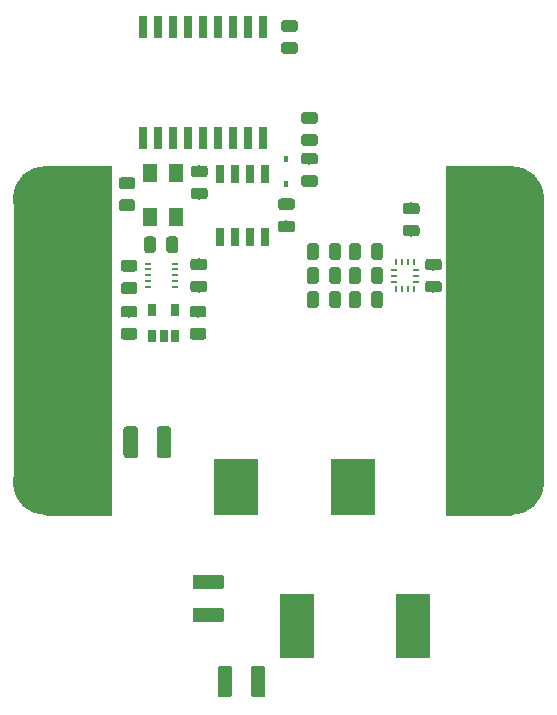
<source format=gbr>
G04 #@! TF.GenerationSoftware,KiCad,Pcbnew,(5.1.4)-1*
G04 #@! TF.CreationDate,2020-08-10T08:42:24-07:00*
G04 #@! TF.ProjectId,SkateLightMainBoard,536b6174-654c-4696-9768-744d61696e42,rev?*
G04 #@! TF.SameCoordinates,Original*
G04 #@! TF.FileFunction,Paste,Bot*
G04 #@! TF.FilePolarity,Positive*
%FSLAX46Y46*%
G04 Gerber Fmt 4.6, Leading zero omitted, Abs format (unit mm)*
G04 Created by KiCad (PCBNEW (5.1.4)-1) date 2020-08-10 08:42:24*
%MOMM*%
%LPD*%
G04 APERTURE LIST*
%ADD10R,0.650000X1.850000*%
%ADD11R,2.900000X5.400000*%
%ADD12R,3.800000X4.800000*%
%ADD13R,0.475000X0.250000*%
%ADD14R,0.250000X0.475000*%
%ADD15C,0.100000*%
%ADD16C,0.975000*%
%ADD17C,1.250000*%
%ADD18R,0.600000X0.250000*%
%ADD19C,5.588000*%
%ADD20R,5.588000X29.591000*%
%ADD21R,2.794000X24.003000*%
%ADD22R,0.450000X0.600000*%
%ADD23R,0.650000X1.500000*%
%ADD24R,0.650000X1.060000*%
%ADD25R,1.250000X1.600000*%
G04 APERTURE END LIST*
D10*
X-1313180Y15337660D03*
X-2583180Y15337660D03*
X-3853180Y15337660D03*
X-5123180Y15337660D03*
X-6393180Y15337660D03*
X-7663180Y15337660D03*
X-8933180Y15337660D03*
X-10203180Y15337660D03*
X-11473180Y15337660D03*
X-11473180Y24687660D03*
X-10203180Y24687660D03*
X-8933180Y24687660D03*
X-7663180Y24687660D03*
X-6393180Y24687660D03*
X-5123180Y24687660D03*
X-3853180Y24687660D03*
X-2583180Y24687660D03*
X-1313180Y24687660D03*
D11*
X1501600Y-26035000D03*
X11401600Y-26035000D03*
D12*
X-3657140Y-14224000D03*
X6242860Y-14224000D03*
D13*
X9771540Y4160720D03*
X9771540Y3660720D03*
X9771540Y3160720D03*
D14*
X9934040Y2498220D03*
X10434040Y2498220D03*
X10934040Y2498220D03*
X11434040Y2498220D03*
D13*
X11596540Y3160720D03*
X11596540Y3660720D03*
X11596540Y4160720D03*
D14*
X11434040Y4823220D03*
X10934040Y4823220D03*
X10434040Y4823220D03*
X9934040Y4823220D03*
D15*
G36*
X13577182Y5084546D02*
G01*
X13600843Y5081036D01*
X13624047Y5075224D01*
X13646569Y5067166D01*
X13668193Y5056938D01*
X13688710Y5044641D01*
X13707923Y5030391D01*
X13725647Y5014327D01*
X13741711Y4996603D01*
X13755961Y4977390D01*
X13768258Y4956873D01*
X13778486Y4935249D01*
X13786544Y4912727D01*
X13792356Y4889523D01*
X13795866Y4865862D01*
X13797040Y4841970D01*
X13797040Y4354470D01*
X13795866Y4330578D01*
X13792356Y4306917D01*
X13786544Y4283713D01*
X13778486Y4261191D01*
X13768258Y4239567D01*
X13755961Y4219050D01*
X13741711Y4199837D01*
X13725647Y4182113D01*
X13707923Y4166049D01*
X13688710Y4151799D01*
X13668193Y4139502D01*
X13646569Y4129274D01*
X13624047Y4121216D01*
X13600843Y4115404D01*
X13577182Y4111894D01*
X13553290Y4110720D01*
X12640790Y4110720D01*
X12616898Y4111894D01*
X12593237Y4115404D01*
X12570033Y4121216D01*
X12547511Y4129274D01*
X12525887Y4139502D01*
X12505370Y4151799D01*
X12486157Y4166049D01*
X12468433Y4182113D01*
X12452369Y4199837D01*
X12438119Y4219050D01*
X12425822Y4239567D01*
X12415594Y4261191D01*
X12407536Y4283713D01*
X12401724Y4306917D01*
X12398214Y4330578D01*
X12397040Y4354470D01*
X12397040Y4841970D01*
X12398214Y4865862D01*
X12401724Y4889523D01*
X12407536Y4912727D01*
X12415594Y4935249D01*
X12425822Y4956873D01*
X12438119Y4977390D01*
X12452369Y4996603D01*
X12468433Y5014327D01*
X12486157Y5030391D01*
X12505370Y5044641D01*
X12525887Y5056938D01*
X12547511Y5067166D01*
X12570033Y5075224D01*
X12593237Y5081036D01*
X12616898Y5084546D01*
X12640790Y5085720D01*
X13553290Y5085720D01*
X13577182Y5084546D01*
X13577182Y5084546D01*
G37*
D16*
X13097040Y4598220D03*
D15*
G36*
X13577182Y3209546D02*
G01*
X13600843Y3206036D01*
X13624047Y3200224D01*
X13646569Y3192166D01*
X13668193Y3181938D01*
X13688710Y3169641D01*
X13707923Y3155391D01*
X13725647Y3139327D01*
X13741711Y3121603D01*
X13755961Y3102390D01*
X13768258Y3081873D01*
X13778486Y3060249D01*
X13786544Y3037727D01*
X13792356Y3014523D01*
X13795866Y2990862D01*
X13797040Y2966970D01*
X13797040Y2479470D01*
X13795866Y2455578D01*
X13792356Y2431917D01*
X13786544Y2408713D01*
X13778486Y2386191D01*
X13768258Y2364567D01*
X13755961Y2344050D01*
X13741711Y2324837D01*
X13725647Y2307113D01*
X13707923Y2291049D01*
X13688710Y2276799D01*
X13668193Y2264502D01*
X13646569Y2254274D01*
X13624047Y2246216D01*
X13600843Y2240404D01*
X13577182Y2236894D01*
X13553290Y2235720D01*
X12640790Y2235720D01*
X12616898Y2236894D01*
X12593237Y2240404D01*
X12570033Y2246216D01*
X12547511Y2254274D01*
X12525887Y2264502D01*
X12505370Y2276799D01*
X12486157Y2291049D01*
X12468433Y2307113D01*
X12452369Y2324837D01*
X12438119Y2344050D01*
X12425822Y2364567D01*
X12415594Y2386191D01*
X12407536Y2408713D01*
X12401724Y2431917D01*
X12398214Y2455578D01*
X12397040Y2479470D01*
X12397040Y2966970D01*
X12398214Y2990862D01*
X12401724Y3014523D01*
X12407536Y3037727D01*
X12415594Y3060249D01*
X12425822Y3081873D01*
X12438119Y3102390D01*
X12452369Y3121603D01*
X12468433Y3139327D01*
X12486157Y3155391D01*
X12505370Y3169641D01*
X12525887Y3181938D01*
X12547511Y3192166D01*
X12570033Y3200224D01*
X12593237Y3206036D01*
X12616898Y3209546D01*
X12640790Y3210720D01*
X13553290Y3210720D01*
X13577182Y3209546D01*
X13577182Y3209546D01*
G37*
D16*
X13097040Y2723220D03*
D15*
G36*
X-9323156Y-9110524D02*
G01*
X-9298887Y-9114124D01*
X-9275089Y-9120085D01*
X-9251989Y-9128350D01*
X-9229811Y-9138840D01*
X-9208767Y-9151453D01*
X-9189062Y-9166067D01*
X-9170883Y-9182543D01*
X-9154407Y-9200722D01*
X-9139793Y-9220427D01*
X-9127180Y-9241471D01*
X-9116690Y-9263649D01*
X-9108425Y-9286749D01*
X-9102464Y-9310547D01*
X-9098864Y-9334816D01*
X-9097660Y-9359320D01*
X-9097660Y-11509320D01*
X-9098864Y-11533824D01*
X-9102464Y-11558093D01*
X-9108425Y-11581891D01*
X-9116690Y-11604991D01*
X-9127180Y-11627169D01*
X-9139793Y-11648213D01*
X-9154407Y-11667918D01*
X-9170883Y-11686097D01*
X-9189062Y-11702573D01*
X-9208767Y-11717187D01*
X-9229811Y-11729800D01*
X-9251989Y-11740290D01*
X-9275089Y-11748555D01*
X-9298887Y-11754516D01*
X-9323156Y-11758116D01*
X-9347660Y-11759320D01*
X-10097660Y-11759320D01*
X-10122164Y-11758116D01*
X-10146433Y-11754516D01*
X-10170231Y-11748555D01*
X-10193331Y-11740290D01*
X-10215509Y-11729800D01*
X-10236553Y-11717187D01*
X-10256258Y-11702573D01*
X-10274437Y-11686097D01*
X-10290913Y-11667918D01*
X-10305527Y-11648213D01*
X-10318140Y-11627169D01*
X-10328630Y-11604991D01*
X-10336895Y-11581891D01*
X-10342856Y-11558093D01*
X-10346456Y-11533824D01*
X-10347660Y-11509320D01*
X-10347660Y-9359320D01*
X-10346456Y-9334816D01*
X-10342856Y-9310547D01*
X-10336895Y-9286749D01*
X-10328630Y-9263649D01*
X-10318140Y-9241471D01*
X-10305527Y-9220427D01*
X-10290913Y-9200722D01*
X-10274437Y-9182543D01*
X-10256258Y-9166067D01*
X-10236553Y-9151453D01*
X-10215509Y-9138840D01*
X-10193331Y-9128350D01*
X-10170231Y-9120085D01*
X-10146433Y-9114124D01*
X-10122164Y-9110524D01*
X-10097660Y-9109320D01*
X-9347660Y-9109320D01*
X-9323156Y-9110524D01*
X-9323156Y-9110524D01*
G37*
D17*
X-9722660Y-10434320D03*
D15*
G36*
X-12123156Y-9110524D02*
G01*
X-12098887Y-9114124D01*
X-12075089Y-9120085D01*
X-12051989Y-9128350D01*
X-12029811Y-9138840D01*
X-12008767Y-9151453D01*
X-11989062Y-9166067D01*
X-11970883Y-9182543D01*
X-11954407Y-9200722D01*
X-11939793Y-9220427D01*
X-11927180Y-9241471D01*
X-11916690Y-9263649D01*
X-11908425Y-9286749D01*
X-11902464Y-9310547D01*
X-11898864Y-9334816D01*
X-11897660Y-9359320D01*
X-11897660Y-11509320D01*
X-11898864Y-11533824D01*
X-11902464Y-11558093D01*
X-11908425Y-11581891D01*
X-11916690Y-11604991D01*
X-11927180Y-11627169D01*
X-11939793Y-11648213D01*
X-11954407Y-11667918D01*
X-11970883Y-11686097D01*
X-11989062Y-11702573D01*
X-12008767Y-11717187D01*
X-12029811Y-11729800D01*
X-12051989Y-11740290D01*
X-12075089Y-11748555D01*
X-12098887Y-11754516D01*
X-12123156Y-11758116D01*
X-12147660Y-11759320D01*
X-12897660Y-11759320D01*
X-12922164Y-11758116D01*
X-12946433Y-11754516D01*
X-12970231Y-11748555D01*
X-12993331Y-11740290D01*
X-13015509Y-11729800D01*
X-13036553Y-11717187D01*
X-13056258Y-11702573D01*
X-13074437Y-11686097D01*
X-13090913Y-11667918D01*
X-13105527Y-11648213D01*
X-13118140Y-11627169D01*
X-13128630Y-11604991D01*
X-13136895Y-11581891D01*
X-13142856Y-11558093D01*
X-13146456Y-11533824D01*
X-13147660Y-11509320D01*
X-13147660Y-9359320D01*
X-13146456Y-9334816D01*
X-13142856Y-9310547D01*
X-13136895Y-9286749D01*
X-13128630Y-9263649D01*
X-13118140Y-9241471D01*
X-13105527Y-9220427D01*
X-13090913Y-9200722D01*
X-13074437Y-9182543D01*
X-13056258Y-9166067D01*
X-13036553Y-9151453D01*
X-13015509Y-9138840D01*
X-12993331Y-9128350D01*
X-12970231Y-9120085D01*
X-12946433Y-9114124D01*
X-12922164Y-9110524D01*
X-12897660Y-9109320D01*
X-12147660Y-9109320D01*
X-12123156Y-9110524D01*
X-12123156Y-9110524D01*
G37*
D17*
X-12522660Y-10434320D03*
D15*
G36*
X-4157716Y-29397504D02*
G01*
X-4133447Y-29401104D01*
X-4109649Y-29407065D01*
X-4086549Y-29415330D01*
X-4064371Y-29425820D01*
X-4043327Y-29438433D01*
X-4023622Y-29453047D01*
X-4005443Y-29469523D01*
X-3988967Y-29487702D01*
X-3974353Y-29507407D01*
X-3961740Y-29528451D01*
X-3951250Y-29550629D01*
X-3942985Y-29573729D01*
X-3937024Y-29597527D01*
X-3933424Y-29621796D01*
X-3932220Y-29646300D01*
X-3932220Y-31796300D01*
X-3933424Y-31820804D01*
X-3937024Y-31845073D01*
X-3942985Y-31868871D01*
X-3951250Y-31891971D01*
X-3961740Y-31914149D01*
X-3974353Y-31935193D01*
X-3988967Y-31954898D01*
X-4005443Y-31973077D01*
X-4023622Y-31989553D01*
X-4043327Y-32004167D01*
X-4064371Y-32016780D01*
X-4086549Y-32027270D01*
X-4109649Y-32035535D01*
X-4133447Y-32041496D01*
X-4157716Y-32045096D01*
X-4182220Y-32046300D01*
X-4932220Y-32046300D01*
X-4956724Y-32045096D01*
X-4980993Y-32041496D01*
X-5004791Y-32035535D01*
X-5027891Y-32027270D01*
X-5050069Y-32016780D01*
X-5071113Y-32004167D01*
X-5090818Y-31989553D01*
X-5108997Y-31973077D01*
X-5125473Y-31954898D01*
X-5140087Y-31935193D01*
X-5152700Y-31914149D01*
X-5163190Y-31891971D01*
X-5171455Y-31868871D01*
X-5177416Y-31845073D01*
X-5181016Y-31820804D01*
X-5182220Y-31796300D01*
X-5182220Y-29646300D01*
X-5181016Y-29621796D01*
X-5177416Y-29597527D01*
X-5171455Y-29573729D01*
X-5163190Y-29550629D01*
X-5152700Y-29528451D01*
X-5140087Y-29507407D01*
X-5125473Y-29487702D01*
X-5108997Y-29469523D01*
X-5090818Y-29453047D01*
X-5071113Y-29438433D01*
X-5050069Y-29425820D01*
X-5027891Y-29415330D01*
X-5004791Y-29407065D01*
X-4980993Y-29401104D01*
X-4956724Y-29397504D01*
X-4932220Y-29396300D01*
X-4182220Y-29396300D01*
X-4157716Y-29397504D01*
X-4157716Y-29397504D01*
G37*
D17*
X-4557220Y-30721300D03*
D15*
G36*
X-1357716Y-29397504D02*
G01*
X-1333447Y-29401104D01*
X-1309649Y-29407065D01*
X-1286549Y-29415330D01*
X-1264371Y-29425820D01*
X-1243327Y-29438433D01*
X-1223622Y-29453047D01*
X-1205443Y-29469523D01*
X-1188967Y-29487702D01*
X-1174353Y-29507407D01*
X-1161740Y-29528451D01*
X-1151250Y-29550629D01*
X-1142985Y-29573729D01*
X-1137024Y-29597527D01*
X-1133424Y-29621796D01*
X-1132220Y-29646300D01*
X-1132220Y-31796300D01*
X-1133424Y-31820804D01*
X-1137024Y-31845073D01*
X-1142985Y-31868871D01*
X-1151250Y-31891971D01*
X-1161740Y-31914149D01*
X-1174353Y-31935193D01*
X-1188967Y-31954898D01*
X-1205443Y-31973077D01*
X-1223622Y-31989553D01*
X-1243327Y-32004167D01*
X-1264371Y-32016780D01*
X-1286549Y-32027270D01*
X-1309649Y-32035535D01*
X-1333447Y-32041496D01*
X-1357716Y-32045096D01*
X-1382220Y-32046300D01*
X-2132220Y-32046300D01*
X-2156724Y-32045096D01*
X-2180993Y-32041496D01*
X-2204791Y-32035535D01*
X-2227891Y-32027270D01*
X-2250069Y-32016780D01*
X-2271113Y-32004167D01*
X-2290818Y-31989553D01*
X-2308997Y-31973077D01*
X-2325473Y-31954898D01*
X-2340087Y-31935193D01*
X-2352700Y-31914149D01*
X-2363190Y-31891971D01*
X-2371455Y-31868871D01*
X-2377416Y-31845073D01*
X-2381016Y-31820804D01*
X-2382220Y-31796300D01*
X-2382220Y-29646300D01*
X-2381016Y-29621796D01*
X-2377416Y-29597527D01*
X-2371455Y-29573729D01*
X-2363190Y-29550629D01*
X-2352700Y-29528451D01*
X-2340087Y-29507407D01*
X-2325473Y-29487702D01*
X-2308997Y-29469523D01*
X-2290818Y-29453047D01*
X-2271113Y-29438433D01*
X-2250069Y-29425820D01*
X-2227891Y-29415330D01*
X-2204791Y-29407065D01*
X-2180993Y-29401104D01*
X-2156724Y-29397504D01*
X-2132220Y-29396300D01*
X-1382220Y-29396300D01*
X-1357716Y-29397504D01*
X-1357716Y-29397504D01*
G37*
D17*
X-1757220Y-30721300D03*
D15*
G36*
X1130142Y10193826D02*
G01*
X1153803Y10190316D01*
X1177007Y10184504D01*
X1199529Y10176446D01*
X1221153Y10166218D01*
X1241670Y10153921D01*
X1260883Y10139671D01*
X1278607Y10123607D01*
X1294671Y10105883D01*
X1308921Y10086670D01*
X1321218Y10066153D01*
X1331446Y10044529D01*
X1339504Y10022007D01*
X1345316Y9998803D01*
X1348826Y9975142D01*
X1350000Y9951250D01*
X1350000Y9463750D01*
X1348826Y9439858D01*
X1345316Y9416197D01*
X1339504Y9392993D01*
X1331446Y9370471D01*
X1321218Y9348847D01*
X1308921Y9328330D01*
X1294671Y9309117D01*
X1278607Y9291393D01*
X1260883Y9275329D01*
X1241670Y9261079D01*
X1221153Y9248782D01*
X1199529Y9238554D01*
X1177007Y9230496D01*
X1153803Y9224684D01*
X1130142Y9221174D01*
X1106250Y9220000D01*
X193750Y9220000D01*
X169858Y9221174D01*
X146197Y9224684D01*
X122993Y9230496D01*
X100471Y9238554D01*
X78847Y9248782D01*
X58330Y9261079D01*
X39117Y9275329D01*
X21393Y9291393D01*
X5329Y9309117D01*
X-8921Y9328330D01*
X-21218Y9348847D01*
X-31446Y9370471D01*
X-39504Y9392993D01*
X-45316Y9416197D01*
X-48826Y9439858D01*
X-50000Y9463750D01*
X-50000Y9951250D01*
X-48826Y9975142D01*
X-45316Y9998803D01*
X-39504Y10022007D01*
X-31446Y10044529D01*
X-21218Y10066153D01*
X-8921Y10086670D01*
X5329Y10105883D01*
X21393Y10123607D01*
X39117Y10139671D01*
X58330Y10153921D01*
X78847Y10166218D01*
X100471Y10176446D01*
X122993Y10184504D01*
X146197Y10190316D01*
X169858Y10193826D01*
X193750Y10195000D01*
X1106250Y10195000D01*
X1130142Y10193826D01*
X1130142Y10193826D01*
G37*
D16*
X650000Y9707500D03*
D15*
G36*
X1130142Y8318826D02*
G01*
X1153803Y8315316D01*
X1177007Y8309504D01*
X1199529Y8301446D01*
X1221153Y8291218D01*
X1241670Y8278921D01*
X1260883Y8264671D01*
X1278607Y8248607D01*
X1294671Y8230883D01*
X1308921Y8211670D01*
X1321218Y8191153D01*
X1331446Y8169529D01*
X1339504Y8147007D01*
X1345316Y8123803D01*
X1348826Y8100142D01*
X1350000Y8076250D01*
X1350000Y7588750D01*
X1348826Y7564858D01*
X1345316Y7541197D01*
X1339504Y7517993D01*
X1331446Y7495471D01*
X1321218Y7473847D01*
X1308921Y7453330D01*
X1294671Y7434117D01*
X1278607Y7416393D01*
X1260883Y7400329D01*
X1241670Y7386079D01*
X1221153Y7373782D01*
X1199529Y7363554D01*
X1177007Y7355496D01*
X1153803Y7349684D01*
X1130142Y7346174D01*
X1106250Y7345000D01*
X193750Y7345000D01*
X169858Y7346174D01*
X146197Y7349684D01*
X122993Y7355496D01*
X100471Y7363554D01*
X78847Y7373782D01*
X58330Y7386079D01*
X39117Y7400329D01*
X21393Y7416393D01*
X5329Y7434117D01*
X-8921Y7453330D01*
X-21218Y7473847D01*
X-31446Y7495471D01*
X-39504Y7517993D01*
X-45316Y7541197D01*
X-48826Y7564858D01*
X-50000Y7588750D01*
X-50000Y8076250D01*
X-48826Y8100142D01*
X-45316Y8123803D01*
X-39504Y8147007D01*
X-31446Y8169529D01*
X-21218Y8191153D01*
X-8921Y8211670D01*
X5329Y8230883D01*
X21393Y8248607D01*
X39117Y8264671D01*
X58330Y8278921D01*
X78847Y8291218D01*
X100471Y8301446D01*
X122993Y8309504D01*
X146197Y8315316D01*
X169858Y8318826D01*
X193750Y8320000D01*
X1106250Y8320000D01*
X1130142Y8318826D01*
X1130142Y8318826D01*
G37*
D16*
X650000Y7832500D03*
D15*
G36*
X-12189858Y3098826D02*
G01*
X-12166197Y3095316D01*
X-12142993Y3089504D01*
X-12120471Y3081446D01*
X-12098847Y3071218D01*
X-12078330Y3058921D01*
X-12059117Y3044671D01*
X-12041393Y3028607D01*
X-12025329Y3010883D01*
X-12011079Y2991670D01*
X-11998782Y2971153D01*
X-11988554Y2949529D01*
X-11980496Y2927007D01*
X-11974684Y2903803D01*
X-11971174Y2880142D01*
X-11970000Y2856250D01*
X-11970000Y2368750D01*
X-11971174Y2344858D01*
X-11974684Y2321197D01*
X-11980496Y2297993D01*
X-11988554Y2275471D01*
X-11998782Y2253847D01*
X-12011079Y2233330D01*
X-12025329Y2214117D01*
X-12041393Y2196393D01*
X-12059117Y2180329D01*
X-12078330Y2166079D01*
X-12098847Y2153782D01*
X-12120471Y2143554D01*
X-12142993Y2135496D01*
X-12166197Y2129684D01*
X-12189858Y2126174D01*
X-12213750Y2125000D01*
X-13126250Y2125000D01*
X-13150142Y2126174D01*
X-13173803Y2129684D01*
X-13197007Y2135496D01*
X-13219529Y2143554D01*
X-13241153Y2153782D01*
X-13261670Y2166079D01*
X-13280883Y2180329D01*
X-13298607Y2196393D01*
X-13314671Y2214117D01*
X-13328921Y2233330D01*
X-13341218Y2253847D01*
X-13351446Y2275471D01*
X-13359504Y2297993D01*
X-13365316Y2321197D01*
X-13368826Y2344858D01*
X-13370000Y2368750D01*
X-13370000Y2856250D01*
X-13368826Y2880142D01*
X-13365316Y2903803D01*
X-13359504Y2927007D01*
X-13351446Y2949529D01*
X-13341218Y2971153D01*
X-13328921Y2991670D01*
X-13314671Y3010883D01*
X-13298607Y3028607D01*
X-13280883Y3044671D01*
X-13261670Y3058921D01*
X-13241153Y3071218D01*
X-13219529Y3081446D01*
X-13197007Y3089504D01*
X-13173803Y3095316D01*
X-13150142Y3098826D01*
X-13126250Y3100000D01*
X-12213750Y3100000D01*
X-12189858Y3098826D01*
X-12189858Y3098826D01*
G37*
D16*
X-12670000Y2612500D03*
D15*
G36*
X-12189858Y4973826D02*
G01*
X-12166197Y4970316D01*
X-12142993Y4964504D01*
X-12120471Y4956446D01*
X-12098847Y4946218D01*
X-12078330Y4933921D01*
X-12059117Y4919671D01*
X-12041393Y4903607D01*
X-12025329Y4885883D01*
X-12011079Y4866670D01*
X-11998782Y4846153D01*
X-11988554Y4824529D01*
X-11980496Y4802007D01*
X-11974684Y4778803D01*
X-11971174Y4755142D01*
X-11970000Y4731250D01*
X-11970000Y4243750D01*
X-11971174Y4219858D01*
X-11974684Y4196197D01*
X-11980496Y4172993D01*
X-11988554Y4150471D01*
X-11998782Y4128847D01*
X-12011079Y4108330D01*
X-12025329Y4089117D01*
X-12041393Y4071393D01*
X-12059117Y4055329D01*
X-12078330Y4041079D01*
X-12098847Y4028782D01*
X-12120471Y4018554D01*
X-12142993Y4010496D01*
X-12166197Y4004684D01*
X-12189858Y4001174D01*
X-12213750Y4000000D01*
X-13126250Y4000000D01*
X-13150142Y4001174D01*
X-13173803Y4004684D01*
X-13197007Y4010496D01*
X-13219529Y4018554D01*
X-13241153Y4028782D01*
X-13261670Y4041079D01*
X-13280883Y4055329D01*
X-13298607Y4071393D01*
X-13314671Y4089117D01*
X-13328921Y4108330D01*
X-13341218Y4128847D01*
X-13351446Y4150471D01*
X-13359504Y4172993D01*
X-13365316Y4196197D01*
X-13368826Y4219858D01*
X-13370000Y4243750D01*
X-13370000Y4731250D01*
X-13368826Y4755142D01*
X-13365316Y4778803D01*
X-13359504Y4802007D01*
X-13351446Y4824529D01*
X-13341218Y4846153D01*
X-13328921Y4866670D01*
X-13314671Y4885883D01*
X-13298607Y4903607D01*
X-13280883Y4919671D01*
X-13261670Y4933921D01*
X-13241153Y4946218D01*
X-13219529Y4956446D01*
X-13197007Y4964504D01*
X-13173803Y4970316D01*
X-13150142Y4973826D01*
X-13126250Y4975000D01*
X-12213750Y4975000D01*
X-12189858Y4973826D01*
X-12189858Y4973826D01*
G37*
D16*
X-12670000Y4487500D03*
D15*
G36*
X-6299858Y3218826D02*
G01*
X-6276197Y3215316D01*
X-6252993Y3209504D01*
X-6230471Y3201446D01*
X-6208847Y3191218D01*
X-6188330Y3178921D01*
X-6169117Y3164671D01*
X-6151393Y3148607D01*
X-6135329Y3130883D01*
X-6121079Y3111670D01*
X-6108782Y3091153D01*
X-6098554Y3069529D01*
X-6090496Y3047007D01*
X-6084684Y3023803D01*
X-6081174Y3000142D01*
X-6080000Y2976250D01*
X-6080000Y2488750D01*
X-6081174Y2464858D01*
X-6084684Y2441197D01*
X-6090496Y2417993D01*
X-6098554Y2395471D01*
X-6108782Y2373847D01*
X-6121079Y2353330D01*
X-6135329Y2334117D01*
X-6151393Y2316393D01*
X-6169117Y2300329D01*
X-6188330Y2286079D01*
X-6208847Y2273782D01*
X-6230471Y2263554D01*
X-6252993Y2255496D01*
X-6276197Y2249684D01*
X-6299858Y2246174D01*
X-6323750Y2245000D01*
X-7236250Y2245000D01*
X-7260142Y2246174D01*
X-7283803Y2249684D01*
X-7307007Y2255496D01*
X-7329529Y2263554D01*
X-7351153Y2273782D01*
X-7371670Y2286079D01*
X-7390883Y2300329D01*
X-7408607Y2316393D01*
X-7424671Y2334117D01*
X-7438921Y2353330D01*
X-7451218Y2373847D01*
X-7461446Y2395471D01*
X-7469504Y2417993D01*
X-7475316Y2441197D01*
X-7478826Y2464858D01*
X-7480000Y2488750D01*
X-7480000Y2976250D01*
X-7478826Y3000142D01*
X-7475316Y3023803D01*
X-7469504Y3047007D01*
X-7461446Y3069529D01*
X-7451218Y3091153D01*
X-7438921Y3111670D01*
X-7424671Y3130883D01*
X-7408607Y3148607D01*
X-7390883Y3164671D01*
X-7371670Y3178921D01*
X-7351153Y3191218D01*
X-7329529Y3201446D01*
X-7307007Y3209504D01*
X-7283803Y3215316D01*
X-7260142Y3218826D01*
X-7236250Y3220000D01*
X-6323750Y3220000D01*
X-6299858Y3218826D01*
X-6299858Y3218826D01*
G37*
D16*
X-6780000Y2732500D03*
D15*
G36*
X-6299858Y5093826D02*
G01*
X-6276197Y5090316D01*
X-6252993Y5084504D01*
X-6230471Y5076446D01*
X-6208847Y5066218D01*
X-6188330Y5053921D01*
X-6169117Y5039671D01*
X-6151393Y5023607D01*
X-6135329Y5005883D01*
X-6121079Y4986670D01*
X-6108782Y4966153D01*
X-6098554Y4944529D01*
X-6090496Y4922007D01*
X-6084684Y4898803D01*
X-6081174Y4875142D01*
X-6080000Y4851250D01*
X-6080000Y4363750D01*
X-6081174Y4339858D01*
X-6084684Y4316197D01*
X-6090496Y4292993D01*
X-6098554Y4270471D01*
X-6108782Y4248847D01*
X-6121079Y4228330D01*
X-6135329Y4209117D01*
X-6151393Y4191393D01*
X-6169117Y4175329D01*
X-6188330Y4161079D01*
X-6208847Y4148782D01*
X-6230471Y4138554D01*
X-6252993Y4130496D01*
X-6276197Y4124684D01*
X-6299858Y4121174D01*
X-6323750Y4120000D01*
X-7236250Y4120000D01*
X-7260142Y4121174D01*
X-7283803Y4124684D01*
X-7307007Y4130496D01*
X-7329529Y4138554D01*
X-7351153Y4148782D01*
X-7371670Y4161079D01*
X-7390883Y4175329D01*
X-7408607Y4191393D01*
X-7424671Y4209117D01*
X-7438921Y4228330D01*
X-7451218Y4248847D01*
X-7461446Y4270471D01*
X-7469504Y4292993D01*
X-7475316Y4316197D01*
X-7478826Y4339858D01*
X-7480000Y4363750D01*
X-7480000Y4851250D01*
X-7478826Y4875142D01*
X-7475316Y4898803D01*
X-7469504Y4922007D01*
X-7461446Y4944529D01*
X-7451218Y4966153D01*
X-7438921Y4986670D01*
X-7424671Y5005883D01*
X-7408607Y5023607D01*
X-7390883Y5039671D01*
X-7371670Y5053921D01*
X-7351153Y5066218D01*
X-7329529Y5076446D01*
X-7307007Y5084504D01*
X-7283803Y5090316D01*
X-7260142Y5093826D01*
X-7236250Y5095000D01*
X-6323750Y5095000D01*
X-6299858Y5093826D01*
X-6299858Y5093826D01*
G37*
D16*
X-6780000Y4607500D03*
D15*
G36*
X-10639858Y6978826D02*
G01*
X-10616197Y6975316D01*
X-10592993Y6969504D01*
X-10570471Y6961446D01*
X-10548847Y6951218D01*
X-10528330Y6938921D01*
X-10509117Y6924671D01*
X-10491393Y6908607D01*
X-10475329Y6890883D01*
X-10461079Y6871670D01*
X-10448782Y6851153D01*
X-10438554Y6829529D01*
X-10430496Y6807007D01*
X-10424684Y6783803D01*
X-10421174Y6760142D01*
X-10420000Y6736250D01*
X-10420000Y5823750D01*
X-10421174Y5799858D01*
X-10424684Y5776197D01*
X-10430496Y5752993D01*
X-10438554Y5730471D01*
X-10448782Y5708847D01*
X-10461079Y5688330D01*
X-10475329Y5669117D01*
X-10491393Y5651393D01*
X-10509117Y5635329D01*
X-10528330Y5621079D01*
X-10548847Y5608782D01*
X-10570471Y5598554D01*
X-10592993Y5590496D01*
X-10616197Y5584684D01*
X-10639858Y5581174D01*
X-10663750Y5580000D01*
X-11151250Y5580000D01*
X-11175142Y5581174D01*
X-11198803Y5584684D01*
X-11222007Y5590496D01*
X-11244529Y5598554D01*
X-11266153Y5608782D01*
X-11286670Y5621079D01*
X-11305883Y5635329D01*
X-11323607Y5651393D01*
X-11339671Y5669117D01*
X-11353921Y5688330D01*
X-11366218Y5708847D01*
X-11376446Y5730471D01*
X-11384504Y5752993D01*
X-11390316Y5776197D01*
X-11393826Y5799858D01*
X-11395000Y5823750D01*
X-11395000Y6736250D01*
X-11393826Y6760142D01*
X-11390316Y6783803D01*
X-11384504Y6807007D01*
X-11376446Y6829529D01*
X-11366218Y6851153D01*
X-11353921Y6871670D01*
X-11339671Y6890883D01*
X-11323607Y6908607D01*
X-11305883Y6924671D01*
X-11286670Y6938921D01*
X-11266153Y6951218D01*
X-11244529Y6961446D01*
X-11222007Y6969504D01*
X-11198803Y6975316D01*
X-11175142Y6978826D01*
X-11151250Y6980000D01*
X-10663750Y6980000D01*
X-10639858Y6978826D01*
X-10639858Y6978826D01*
G37*
D16*
X-10907500Y6280000D03*
D15*
G36*
X-8764858Y6978826D02*
G01*
X-8741197Y6975316D01*
X-8717993Y6969504D01*
X-8695471Y6961446D01*
X-8673847Y6951218D01*
X-8653330Y6938921D01*
X-8634117Y6924671D01*
X-8616393Y6908607D01*
X-8600329Y6890883D01*
X-8586079Y6871670D01*
X-8573782Y6851153D01*
X-8563554Y6829529D01*
X-8555496Y6807007D01*
X-8549684Y6783803D01*
X-8546174Y6760142D01*
X-8545000Y6736250D01*
X-8545000Y5823750D01*
X-8546174Y5799858D01*
X-8549684Y5776197D01*
X-8555496Y5752993D01*
X-8563554Y5730471D01*
X-8573782Y5708847D01*
X-8586079Y5688330D01*
X-8600329Y5669117D01*
X-8616393Y5651393D01*
X-8634117Y5635329D01*
X-8653330Y5621079D01*
X-8673847Y5608782D01*
X-8695471Y5598554D01*
X-8717993Y5590496D01*
X-8741197Y5584684D01*
X-8764858Y5581174D01*
X-8788750Y5580000D01*
X-9276250Y5580000D01*
X-9300142Y5581174D01*
X-9323803Y5584684D01*
X-9347007Y5590496D01*
X-9369529Y5598554D01*
X-9391153Y5608782D01*
X-9411670Y5621079D01*
X-9430883Y5635329D01*
X-9448607Y5651393D01*
X-9464671Y5669117D01*
X-9478921Y5688330D01*
X-9491218Y5708847D01*
X-9501446Y5730471D01*
X-9509504Y5752993D01*
X-9515316Y5776197D01*
X-9518826Y5799858D01*
X-9520000Y5823750D01*
X-9520000Y6736250D01*
X-9518826Y6760142D01*
X-9515316Y6783803D01*
X-9509504Y6807007D01*
X-9501446Y6829529D01*
X-9491218Y6851153D01*
X-9478921Y6871670D01*
X-9464671Y6890883D01*
X-9448607Y6908607D01*
X-9430883Y6924671D01*
X-9411670Y6938921D01*
X-9391153Y6951218D01*
X-9369529Y6961446D01*
X-9347007Y6969504D01*
X-9323803Y6975316D01*
X-9300142Y6978826D01*
X-9276250Y6980000D01*
X-8788750Y6980000D01*
X-8764858Y6978826D01*
X-8764858Y6978826D01*
G37*
D16*
X-9032500Y6280000D03*
D18*
X-8806000Y4686000D03*
X-8806000Y4186000D03*
X-8806000Y3686000D03*
X-8806000Y3186000D03*
X-8806000Y2686000D03*
X-11106000Y2686000D03*
X-11106000Y3186000D03*
X-11106000Y3686000D03*
X-11106000Y4186000D03*
X-11106000Y4686000D03*
D19*
X-19685000Y10160000D03*
X-19685000Y-13843000D03*
D20*
X-16954500Y-1841500D03*
D21*
X-21082000Y-1841500D03*
D19*
X19685000Y10160000D03*
X19685000Y-13843000D03*
D20*
X16954500Y-1841500D03*
D21*
X21082000Y-1841500D03*
D15*
G36*
X3076762Y12175806D02*
G01*
X3100423Y12172296D01*
X3123627Y12166484D01*
X3146149Y12158426D01*
X3167773Y12148198D01*
X3188290Y12135901D01*
X3207503Y12121651D01*
X3225227Y12105587D01*
X3241291Y12087863D01*
X3255541Y12068650D01*
X3267838Y12048133D01*
X3278066Y12026509D01*
X3286124Y12003987D01*
X3291936Y11980783D01*
X3295446Y11957122D01*
X3296620Y11933230D01*
X3296620Y11445730D01*
X3295446Y11421838D01*
X3291936Y11398177D01*
X3286124Y11374973D01*
X3278066Y11352451D01*
X3267838Y11330827D01*
X3255541Y11310310D01*
X3241291Y11291097D01*
X3225227Y11273373D01*
X3207503Y11257309D01*
X3188290Y11243059D01*
X3167773Y11230762D01*
X3146149Y11220534D01*
X3123627Y11212476D01*
X3100423Y11206664D01*
X3076762Y11203154D01*
X3052870Y11201980D01*
X2140370Y11201980D01*
X2116478Y11203154D01*
X2092817Y11206664D01*
X2069613Y11212476D01*
X2047091Y11220534D01*
X2025467Y11230762D01*
X2004950Y11243059D01*
X1985737Y11257309D01*
X1968013Y11273373D01*
X1951949Y11291097D01*
X1937699Y11310310D01*
X1925402Y11330827D01*
X1915174Y11352451D01*
X1907116Y11374973D01*
X1901304Y11398177D01*
X1897794Y11421838D01*
X1896620Y11445730D01*
X1896620Y11933230D01*
X1897794Y11957122D01*
X1901304Y11980783D01*
X1907116Y12003987D01*
X1915174Y12026509D01*
X1925402Y12048133D01*
X1937699Y12068650D01*
X1951949Y12087863D01*
X1968013Y12105587D01*
X1985737Y12121651D01*
X2004950Y12135901D01*
X2025467Y12148198D01*
X2047091Y12158426D01*
X2069613Y12166484D01*
X2092817Y12172296D01*
X2116478Y12175806D01*
X2140370Y12176980D01*
X3052870Y12176980D01*
X3076762Y12175806D01*
X3076762Y12175806D01*
G37*
D16*
X2596620Y11689480D03*
D15*
G36*
X3076762Y14050806D02*
G01*
X3100423Y14047296D01*
X3123627Y14041484D01*
X3146149Y14033426D01*
X3167773Y14023198D01*
X3188290Y14010901D01*
X3207503Y13996651D01*
X3225227Y13980587D01*
X3241291Y13962863D01*
X3255541Y13943650D01*
X3267838Y13923133D01*
X3278066Y13901509D01*
X3286124Y13878987D01*
X3291936Y13855783D01*
X3295446Y13832122D01*
X3296620Y13808230D01*
X3296620Y13320730D01*
X3295446Y13296838D01*
X3291936Y13273177D01*
X3286124Y13249973D01*
X3278066Y13227451D01*
X3267838Y13205827D01*
X3255541Y13185310D01*
X3241291Y13166097D01*
X3225227Y13148373D01*
X3207503Y13132309D01*
X3188290Y13118059D01*
X3167773Y13105762D01*
X3146149Y13095534D01*
X3123627Y13087476D01*
X3100423Y13081664D01*
X3076762Y13078154D01*
X3052870Y13076980D01*
X2140370Y13076980D01*
X2116478Y13078154D01*
X2092817Y13081664D01*
X2069613Y13087476D01*
X2047091Y13095534D01*
X2025467Y13105762D01*
X2004950Y13118059D01*
X1985737Y13132309D01*
X1968013Y13148373D01*
X1951949Y13166097D01*
X1937699Y13185310D01*
X1925402Y13205827D01*
X1915174Y13227451D01*
X1907116Y13249973D01*
X1901304Y13273177D01*
X1897794Y13296838D01*
X1896620Y13320730D01*
X1896620Y13808230D01*
X1897794Y13832122D01*
X1901304Y13855783D01*
X1907116Y13878987D01*
X1915174Y13901509D01*
X1925402Y13923133D01*
X1937699Y13943650D01*
X1951949Y13962863D01*
X1968013Y13980587D01*
X1985737Y13996651D01*
X2004950Y14010901D01*
X2025467Y14023198D01*
X2047091Y14033426D01*
X2069613Y14041484D01*
X2092817Y14047296D01*
X2116478Y14050806D01*
X2140370Y14051980D01*
X3052870Y14051980D01*
X3076762Y14050806D01*
X3076762Y14050806D01*
G37*
D16*
X2596620Y13564480D03*
D15*
G36*
X3076762Y17498306D02*
G01*
X3100423Y17494796D01*
X3123627Y17488984D01*
X3146149Y17480926D01*
X3167773Y17470698D01*
X3188290Y17458401D01*
X3207503Y17444151D01*
X3225227Y17428087D01*
X3241291Y17410363D01*
X3255541Y17391150D01*
X3267838Y17370633D01*
X3278066Y17349009D01*
X3286124Y17326487D01*
X3291936Y17303283D01*
X3295446Y17279622D01*
X3296620Y17255730D01*
X3296620Y16768230D01*
X3295446Y16744338D01*
X3291936Y16720677D01*
X3286124Y16697473D01*
X3278066Y16674951D01*
X3267838Y16653327D01*
X3255541Y16632810D01*
X3241291Y16613597D01*
X3225227Y16595873D01*
X3207503Y16579809D01*
X3188290Y16565559D01*
X3167773Y16553262D01*
X3146149Y16543034D01*
X3123627Y16534976D01*
X3100423Y16529164D01*
X3076762Y16525654D01*
X3052870Y16524480D01*
X2140370Y16524480D01*
X2116478Y16525654D01*
X2092817Y16529164D01*
X2069613Y16534976D01*
X2047091Y16543034D01*
X2025467Y16553262D01*
X2004950Y16565559D01*
X1985737Y16579809D01*
X1968013Y16595873D01*
X1951949Y16613597D01*
X1937699Y16632810D01*
X1925402Y16653327D01*
X1915174Y16674951D01*
X1907116Y16697473D01*
X1901304Y16720677D01*
X1897794Y16744338D01*
X1896620Y16768230D01*
X1896620Y17255730D01*
X1897794Y17279622D01*
X1901304Y17303283D01*
X1907116Y17326487D01*
X1915174Y17349009D01*
X1925402Y17370633D01*
X1937699Y17391150D01*
X1951949Y17410363D01*
X1968013Y17428087D01*
X1985737Y17444151D01*
X2004950Y17458401D01*
X2025467Y17470698D01*
X2047091Y17480926D01*
X2069613Y17488984D01*
X2092817Y17494796D01*
X2116478Y17498306D01*
X2140370Y17499480D01*
X3052870Y17499480D01*
X3076762Y17498306D01*
X3076762Y17498306D01*
G37*
D16*
X2596620Y17011980D03*
D15*
G36*
X3076762Y15623306D02*
G01*
X3100423Y15619796D01*
X3123627Y15613984D01*
X3146149Y15605926D01*
X3167773Y15595698D01*
X3188290Y15583401D01*
X3207503Y15569151D01*
X3225227Y15553087D01*
X3241291Y15535363D01*
X3255541Y15516150D01*
X3267838Y15495633D01*
X3278066Y15474009D01*
X3286124Y15451487D01*
X3291936Y15428283D01*
X3295446Y15404622D01*
X3296620Y15380730D01*
X3296620Y14893230D01*
X3295446Y14869338D01*
X3291936Y14845677D01*
X3286124Y14822473D01*
X3278066Y14799951D01*
X3267838Y14778327D01*
X3255541Y14757810D01*
X3241291Y14738597D01*
X3225227Y14720873D01*
X3207503Y14704809D01*
X3188290Y14690559D01*
X3167773Y14678262D01*
X3146149Y14668034D01*
X3123627Y14659976D01*
X3100423Y14654164D01*
X3076762Y14650654D01*
X3052870Y14649480D01*
X2140370Y14649480D01*
X2116478Y14650654D01*
X2092817Y14654164D01*
X2069613Y14659976D01*
X2047091Y14668034D01*
X2025467Y14678262D01*
X2004950Y14690559D01*
X1985737Y14704809D01*
X1968013Y14720873D01*
X1951949Y14738597D01*
X1937699Y14757810D01*
X1925402Y14778327D01*
X1915174Y14799951D01*
X1907116Y14822473D01*
X1901304Y14845677D01*
X1897794Y14869338D01*
X1896620Y14893230D01*
X1896620Y15380730D01*
X1897794Y15404622D01*
X1901304Y15428283D01*
X1907116Y15451487D01*
X1915174Y15474009D01*
X1925402Y15495633D01*
X1937699Y15516150D01*
X1951949Y15535363D01*
X1968013Y15553087D01*
X1985737Y15569151D01*
X2004950Y15583401D01*
X2025467Y15595698D01*
X2047091Y15605926D01*
X2069613Y15613984D01*
X2092817Y15619796D01*
X2116478Y15623306D01*
X2140370Y15624480D01*
X3052870Y15624480D01*
X3076762Y15623306D01*
X3076762Y15623306D01*
G37*
D16*
X2596620Y15136980D03*
D22*
X616620Y13514480D03*
X616620Y11414480D03*
D15*
G36*
X-6354858Y-780754D02*
G01*
X-6331197Y-784264D01*
X-6307993Y-790076D01*
X-6285471Y-798134D01*
X-6263847Y-808362D01*
X-6243330Y-820659D01*
X-6224117Y-834909D01*
X-6206393Y-850973D01*
X-6190329Y-868697D01*
X-6176079Y-887910D01*
X-6163782Y-908427D01*
X-6153554Y-930051D01*
X-6145496Y-952573D01*
X-6139684Y-975777D01*
X-6136174Y-999438D01*
X-6135000Y-1023330D01*
X-6135000Y-1510830D01*
X-6136174Y-1534722D01*
X-6139684Y-1558383D01*
X-6145496Y-1581587D01*
X-6153554Y-1604109D01*
X-6163782Y-1625733D01*
X-6176079Y-1646250D01*
X-6190329Y-1665463D01*
X-6206393Y-1683187D01*
X-6224117Y-1699251D01*
X-6243330Y-1713501D01*
X-6263847Y-1725798D01*
X-6285471Y-1736026D01*
X-6307993Y-1744084D01*
X-6331197Y-1749896D01*
X-6354858Y-1753406D01*
X-6378750Y-1754580D01*
X-7291250Y-1754580D01*
X-7315142Y-1753406D01*
X-7338803Y-1749896D01*
X-7362007Y-1744084D01*
X-7384529Y-1736026D01*
X-7406153Y-1725798D01*
X-7426670Y-1713501D01*
X-7445883Y-1699251D01*
X-7463607Y-1683187D01*
X-7479671Y-1665463D01*
X-7493921Y-1646250D01*
X-7506218Y-1625733D01*
X-7516446Y-1604109D01*
X-7524504Y-1581587D01*
X-7530316Y-1558383D01*
X-7533826Y-1534722D01*
X-7535000Y-1510830D01*
X-7535000Y-1023330D01*
X-7533826Y-999438D01*
X-7530316Y-975777D01*
X-7524504Y-952573D01*
X-7516446Y-930051D01*
X-7506218Y-908427D01*
X-7493921Y-887910D01*
X-7479671Y-868697D01*
X-7463607Y-850973D01*
X-7445883Y-834909D01*
X-7426670Y-820659D01*
X-7406153Y-808362D01*
X-7384529Y-798134D01*
X-7362007Y-790076D01*
X-7338803Y-784264D01*
X-7315142Y-780754D01*
X-7291250Y-779580D01*
X-6378750Y-779580D01*
X-6354858Y-780754D01*
X-6354858Y-780754D01*
G37*
D16*
X-6835000Y-1267080D03*
D15*
G36*
X-6354858Y1094246D02*
G01*
X-6331197Y1090736D01*
X-6307993Y1084924D01*
X-6285471Y1076866D01*
X-6263847Y1066638D01*
X-6243330Y1054341D01*
X-6224117Y1040091D01*
X-6206393Y1024027D01*
X-6190329Y1006303D01*
X-6176079Y987090D01*
X-6163782Y966573D01*
X-6153554Y944949D01*
X-6145496Y922427D01*
X-6139684Y899223D01*
X-6136174Y875562D01*
X-6135000Y851670D01*
X-6135000Y364170D01*
X-6136174Y340278D01*
X-6139684Y316617D01*
X-6145496Y293413D01*
X-6153554Y270891D01*
X-6163782Y249267D01*
X-6176079Y228750D01*
X-6190329Y209537D01*
X-6206393Y191813D01*
X-6224117Y175749D01*
X-6243330Y161499D01*
X-6263847Y149202D01*
X-6285471Y138974D01*
X-6307993Y130916D01*
X-6331197Y125104D01*
X-6354858Y121594D01*
X-6378750Y120420D01*
X-7291250Y120420D01*
X-7315142Y121594D01*
X-7338803Y125104D01*
X-7362007Y130916D01*
X-7384529Y138974D01*
X-7406153Y149202D01*
X-7426670Y161499D01*
X-7445883Y175749D01*
X-7463607Y191813D01*
X-7479671Y209537D01*
X-7493921Y228750D01*
X-7506218Y249267D01*
X-7516446Y270891D01*
X-7524504Y293413D01*
X-7530316Y316617D01*
X-7533826Y340278D01*
X-7535000Y364170D01*
X-7535000Y851670D01*
X-7533826Y875562D01*
X-7530316Y899223D01*
X-7524504Y922427D01*
X-7516446Y944949D01*
X-7506218Y966573D01*
X-7493921Y987090D01*
X-7479671Y1006303D01*
X-7463607Y1024027D01*
X-7445883Y1040091D01*
X-7426670Y1054341D01*
X-7406153Y1066638D01*
X-7384529Y1076866D01*
X-7362007Y1084924D01*
X-7338803Y1090736D01*
X-7315142Y1094246D01*
X-7291250Y1095420D01*
X-6378750Y1095420D01*
X-6354858Y1094246D01*
X-6354858Y1094246D01*
G37*
D16*
X-6835000Y607920D03*
D15*
G36*
X-12369858Y11983826D02*
G01*
X-12346197Y11980316D01*
X-12322993Y11974504D01*
X-12300471Y11966446D01*
X-12278847Y11956218D01*
X-12258330Y11943921D01*
X-12239117Y11929671D01*
X-12221393Y11913607D01*
X-12205329Y11895883D01*
X-12191079Y11876670D01*
X-12178782Y11856153D01*
X-12168554Y11834529D01*
X-12160496Y11812007D01*
X-12154684Y11788803D01*
X-12151174Y11765142D01*
X-12150000Y11741250D01*
X-12150000Y11253750D01*
X-12151174Y11229858D01*
X-12154684Y11206197D01*
X-12160496Y11182993D01*
X-12168554Y11160471D01*
X-12178782Y11138847D01*
X-12191079Y11118330D01*
X-12205329Y11099117D01*
X-12221393Y11081393D01*
X-12239117Y11065329D01*
X-12258330Y11051079D01*
X-12278847Y11038782D01*
X-12300471Y11028554D01*
X-12322993Y11020496D01*
X-12346197Y11014684D01*
X-12369858Y11011174D01*
X-12393750Y11010000D01*
X-13306250Y11010000D01*
X-13330142Y11011174D01*
X-13353803Y11014684D01*
X-13377007Y11020496D01*
X-13399529Y11028554D01*
X-13421153Y11038782D01*
X-13441670Y11051079D01*
X-13460883Y11065329D01*
X-13478607Y11081393D01*
X-13494671Y11099117D01*
X-13508921Y11118330D01*
X-13521218Y11138847D01*
X-13531446Y11160471D01*
X-13539504Y11182993D01*
X-13545316Y11206197D01*
X-13548826Y11229858D01*
X-13550000Y11253750D01*
X-13550000Y11741250D01*
X-13548826Y11765142D01*
X-13545316Y11788803D01*
X-13539504Y11812007D01*
X-13531446Y11834529D01*
X-13521218Y11856153D01*
X-13508921Y11876670D01*
X-13494671Y11895883D01*
X-13478607Y11913607D01*
X-13460883Y11929671D01*
X-13441670Y11943921D01*
X-13421153Y11956218D01*
X-13399529Y11966446D01*
X-13377007Y11974504D01*
X-13353803Y11980316D01*
X-13330142Y11983826D01*
X-13306250Y11985000D01*
X-12393750Y11985000D01*
X-12369858Y11983826D01*
X-12369858Y11983826D01*
G37*
D16*
X-12850000Y11497500D03*
D15*
G36*
X-12369858Y10108826D02*
G01*
X-12346197Y10105316D01*
X-12322993Y10099504D01*
X-12300471Y10091446D01*
X-12278847Y10081218D01*
X-12258330Y10068921D01*
X-12239117Y10054671D01*
X-12221393Y10038607D01*
X-12205329Y10020883D01*
X-12191079Y10001670D01*
X-12178782Y9981153D01*
X-12168554Y9959529D01*
X-12160496Y9937007D01*
X-12154684Y9913803D01*
X-12151174Y9890142D01*
X-12150000Y9866250D01*
X-12150000Y9378750D01*
X-12151174Y9354858D01*
X-12154684Y9331197D01*
X-12160496Y9307993D01*
X-12168554Y9285471D01*
X-12178782Y9263847D01*
X-12191079Y9243330D01*
X-12205329Y9224117D01*
X-12221393Y9206393D01*
X-12239117Y9190329D01*
X-12258330Y9176079D01*
X-12278847Y9163782D01*
X-12300471Y9153554D01*
X-12322993Y9145496D01*
X-12346197Y9139684D01*
X-12369858Y9136174D01*
X-12393750Y9135000D01*
X-13306250Y9135000D01*
X-13330142Y9136174D01*
X-13353803Y9139684D01*
X-13377007Y9145496D01*
X-13399529Y9153554D01*
X-13421153Y9163782D01*
X-13441670Y9176079D01*
X-13460883Y9190329D01*
X-13478607Y9206393D01*
X-13494671Y9224117D01*
X-13508921Y9243330D01*
X-13521218Y9263847D01*
X-13531446Y9285471D01*
X-13539504Y9307993D01*
X-13545316Y9331197D01*
X-13548826Y9354858D01*
X-13550000Y9378750D01*
X-13550000Y9866250D01*
X-13548826Y9890142D01*
X-13545316Y9913803D01*
X-13539504Y9937007D01*
X-13531446Y9959529D01*
X-13521218Y9981153D01*
X-13508921Y10001670D01*
X-13494671Y10020883D01*
X-13478607Y10038607D01*
X-13460883Y10054671D01*
X-13441670Y10068921D01*
X-13421153Y10081218D01*
X-13399529Y10091446D01*
X-13377007Y10099504D01*
X-13353803Y10105316D01*
X-13330142Y10108826D01*
X-13306250Y10110000D01*
X-12393750Y10110000D01*
X-12369858Y10108826D01*
X-12369858Y10108826D01*
G37*
D16*
X-12850000Y9622500D03*
D15*
G36*
X-6249858Y11098826D02*
G01*
X-6226197Y11095316D01*
X-6202993Y11089504D01*
X-6180471Y11081446D01*
X-6158847Y11071218D01*
X-6138330Y11058921D01*
X-6119117Y11044671D01*
X-6101393Y11028607D01*
X-6085329Y11010883D01*
X-6071079Y10991670D01*
X-6058782Y10971153D01*
X-6048554Y10949529D01*
X-6040496Y10927007D01*
X-6034684Y10903803D01*
X-6031174Y10880142D01*
X-6030000Y10856250D01*
X-6030000Y10368750D01*
X-6031174Y10344858D01*
X-6034684Y10321197D01*
X-6040496Y10297993D01*
X-6048554Y10275471D01*
X-6058782Y10253847D01*
X-6071079Y10233330D01*
X-6085329Y10214117D01*
X-6101393Y10196393D01*
X-6119117Y10180329D01*
X-6138330Y10166079D01*
X-6158847Y10153782D01*
X-6180471Y10143554D01*
X-6202993Y10135496D01*
X-6226197Y10129684D01*
X-6249858Y10126174D01*
X-6273750Y10125000D01*
X-7186250Y10125000D01*
X-7210142Y10126174D01*
X-7233803Y10129684D01*
X-7257007Y10135496D01*
X-7279529Y10143554D01*
X-7301153Y10153782D01*
X-7321670Y10166079D01*
X-7340883Y10180329D01*
X-7358607Y10196393D01*
X-7374671Y10214117D01*
X-7388921Y10233330D01*
X-7401218Y10253847D01*
X-7411446Y10275471D01*
X-7419504Y10297993D01*
X-7425316Y10321197D01*
X-7428826Y10344858D01*
X-7430000Y10368750D01*
X-7430000Y10856250D01*
X-7428826Y10880142D01*
X-7425316Y10903803D01*
X-7419504Y10927007D01*
X-7411446Y10949529D01*
X-7401218Y10971153D01*
X-7388921Y10991670D01*
X-7374671Y11010883D01*
X-7358607Y11028607D01*
X-7340883Y11044671D01*
X-7321670Y11058921D01*
X-7301153Y11071218D01*
X-7279529Y11081446D01*
X-7257007Y11089504D01*
X-7233803Y11095316D01*
X-7210142Y11098826D01*
X-7186250Y11100000D01*
X-6273750Y11100000D01*
X-6249858Y11098826D01*
X-6249858Y11098826D01*
G37*
D16*
X-6730000Y10612500D03*
D15*
G36*
X-6249858Y12973826D02*
G01*
X-6226197Y12970316D01*
X-6202993Y12964504D01*
X-6180471Y12956446D01*
X-6158847Y12946218D01*
X-6138330Y12933921D01*
X-6119117Y12919671D01*
X-6101393Y12903607D01*
X-6085329Y12885883D01*
X-6071079Y12866670D01*
X-6058782Y12846153D01*
X-6048554Y12824529D01*
X-6040496Y12802007D01*
X-6034684Y12778803D01*
X-6031174Y12755142D01*
X-6030000Y12731250D01*
X-6030000Y12243750D01*
X-6031174Y12219858D01*
X-6034684Y12196197D01*
X-6040496Y12172993D01*
X-6048554Y12150471D01*
X-6058782Y12128847D01*
X-6071079Y12108330D01*
X-6085329Y12089117D01*
X-6101393Y12071393D01*
X-6119117Y12055329D01*
X-6138330Y12041079D01*
X-6158847Y12028782D01*
X-6180471Y12018554D01*
X-6202993Y12010496D01*
X-6226197Y12004684D01*
X-6249858Y12001174D01*
X-6273750Y12000000D01*
X-7186250Y12000000D01*
X-7210142Y12001174D01*
X-7233803Y12004684D01*
X-7257007Y12010496D01*
X-7279529Y12018554D01*
X-7301153Y12028782D01*
X-7321670Y12041079D01*
X-7340883Y12055329D01*
X-7358607Y12071393D01*
X-7374671Y12089117D01*
X-7388921Y12108330D01*
X-7401218Y12128847D01*
X-7411446Y12150471D01*
X-7419504Y12172993D01*
X-7425316Y12196197D01*
X-7428826Y12219858D01*
X-7430000Y12243750D01*
X-7430000Y12731250D01*
X-7428826Y12755142D01*
X-7425316Y12778803D01*
X-7419504Y12802007D01*
X-7411446Y12824529D01*
X-7401218Y12846153D01*
X-7388921Y12866670D01*
X-7374671Y12885883D01*
X-7358607Y12903607D01*
X-7340883Y12919671D01*
X-7321670Y12933921D01*
X-7301153Y12946218D01*
X-7279529Y12956446D01*
X-7257007Y12964504D01*
X-7233803Y12970316D01*
X-7210142Y12973826D01*
X-7186250Y12975000D01*
X-6273750Y12975000D01*
X-6249858Y12973826D01*
X-6249858Y12973826D01*
G37*
D16*
X-6730000Y12487500D03*
D15*
G36*
X-4880496Y-21646204D02*
G01*
X-4856227Y-21649804D01*
X-4832429Y-21655765D01*
X-4809329Y-21664030D01*
X-4787151Y-21674520D01*
X-4766107Y-21687133D01*
X-4746402Y-21701747D01*
X-4728223Y-21718223D01*
X-4711747Y-21736402D01*
X-4697133Y-21756107D01*
X-4684520Y-21777151D01*
X-4674030Y-21799329D01*
X-4665765Y-21822429D01*
X-4659804Y-21846227D01*
X-4656204Y-21870496D01*
X-4655000Y-21895000D01*
X-4655000Y-22645000D01*
X-4656204Y-22669504D01*
X-4659804Y-22693773D01*
X-4665765Y-22717571D01*
X-4674030Y-22740671D01*
X-4684520Y-22762849D01*
X-4697133Y-22783893D01*
X-4711747Y-22803598D01*
X-4728223Y-22821777D01*
X-4746402Y-22838253D01*
X-4766107Y-22852867D01*
X-4787151Y-22865480D01*
X-4809329Y-22875970D01*
X-4832429Y-22884235D01*
X-4856227Y-22890196D01*
X-4880496Y-22893796D01*
X-4905000Y-22895000D01*
X-7055000Y-22895000D01*
X-7079504Y-22893796D01*
X-7103773Y-22890196D01*
X-7127571Y-22884235D01*
X-7150671Y-22875970D01*
X-7172849Y-22865480D01*
X-7193893Y-22852867D01*
X-7213598Y-22838253D01*
X-7231777Y-22821777D01*
X-7248253Y-22803598D01*
X-7262867Y-22783893D01*
X-7275480Y-22762849D01*
X-7285970Y-22740671D01*
X-7294235Y-22717571D01*
X-7300196Y-22693773D01*
X-7303796Y-22669504D01*
X-7305000Y-22645000D01*
X-7305000Y-21895000D01*
X-7303796Y-21870496D01*
X-7300196Y-21846227D01*
X-7294235Y-21822429D01*
X-7285970Y-21799329D01*
X-7275480Y-21777151D01*
X-7262867Y-21756107D01*
X-7248253Y-21736402D01*
X-7231777Y-21718223D01*
X-7213598Y-21701747D01*
X-7193893Y-21687133D01*
X-7172849Y-21674520D01*
X-7150671Y-21664030D01*
X-7127571Y-21655765D01*
X-7103773Y-21649804D01*
X-7079504Y-21646204D01*
X-7055000Y-21645000D01*
X-4905000Y-21645000D01*
X-4880496Y-21646204D01*
X-4880496Y-21646204D01*
G37*
D17*
X-5980000Y-22270000D03*
D15*
G36*
X-4880496Y-24446204D02*
G01*
X-4856227Y-24449804D01*
X-4832429Y-24455765D01*
X-4809329Y-24464030D01*
X-4787151Y-24474520D01*
X-4766107Y-24487133D01*
X-4746402Y-24501747D01*
X-4728223Y-24518223D01*
X-4711747Y-24536402D01*
X-4697133Y-24556107D01*
X-4684520Y-24577151D01*
X-4674030Y-24599329D01*
X-4665765Y-24622429D01*
X-4659804Y-24646227D01*
X-4656204Y-24670496D01*
X-4655000Y-24695000D01*
X-4655000Y-25445000D01*
X-4656204Y-25469504D01*
X-4659804Y-25493773D01*
X-4665765Y-25517571D01*
X-4674030Y-25540671D01*
X-4684520Y-25562849D01*
X-4697133Y-25583893D01*
X-4711747Y-25603598D01*
X-4728223Y-25621777D01*
X-4746402Y-25638253D01*
X-4766107Y-25652867D01*
X-4787151Y-25665480D01*
X-4809329Y-25675970D01*
X-4832429Y-25684235D01*
X-4856227Y-25690196D01*
X-4880496Y-25693796D01*
X-4905000Y-25695000D01*
X-7055000Y-25695000D01*
X-7079504Y-25693796D01*
X-7103773Y-25690196D01*
X-7127571Y-25684235D01*
X-7150671Y-25675970D01*
X-7172849Y-25665480D01*
X-7193893Y-25652867D01*
X-7213598Y-25638253D01*
X-7231777Y-25621777D01*
X-7248253Y-25603598D01*
X-7262867Y-25583893D01*
X-7275480Y-25562849D01*
X-7285970Y-25540671D01*
X-7294235Y-25517571D01*
X-7300196Y-25493773D01*
X-7303796Y-25469504D01*
X-7305000Y-25445000D01*
X-7305000Y-24695000D01*
X-7303796Y-24670496D01*
X-7300196Y-24646227D01*
X-7294235Y-24622429D01*
X-7285970Y-24599329D01*
X-7275480Y-24577151D01*
X-7262867Y-24556107D01*
X-7248253Y-24536402D01*
X-7231777Y-24518223D01*
X-7213598Y-24501747D01*
X-7193893Y-24487133D01*
X-7172849Y-24474520D01*
X-7150671Y-24464030D01*
X-7127571Y-24455765D01*
X-7103773Y-24449804D01*
X-7079504Y-24446204D01*
X-7055000Y-24445000D01*
X-4905000Y-24445000D01*
X-4880496Y-24446204D01*
X-4880496Y-24446204D01*
G37*
D17*
X-5980000Y-25070000D03*
D15*
G36*
X-12196858Y-780754D02*
G01*
X-12173197Y-784264D01*
X-12149993Y-790076D01*
X-12127471Y-798134D01*
X-12105847Y-808362D01*
X-12085330Y-820659D01*
X-12066117Y-834909D01*
X-12048393Y-850973D01*
X-12032329Y-868697D01*
X-12018079Y-887910D01*
X-12005782Y-908427D01*
X-11995554Y-930051D01*
X-11987496Y-952573D01*
X-11981684Y-975777D01*
X-11978174Y-999438D01*
X-11977000Y-1023330D01*
X-11977000Y-1510830D01*
X-11978174Y-1534722D01*
X-11981684Y-1558383D01*
X-11987496Y-1581587D01*
X-11995554Y-1604109D01*
X-12005782Y-1625733D01*
X-12018079Y-1646250D01*
X-12032329Y-1665463D01*
X-12048393Y-1683187D01*
X-12066117Y-1699251D01*
X-12085330Y-1713501D01*
X-12105847Y-1725798D01*
X-12127471Y-1736026D01*
X-12149993Y-1744084D01*
X-12173197Y-1749896D01*
X-12196858Y-1753406D01*
X-12220750Y-1754580D01*
X-13133250Y-1754580D01*
X-13157142Y-1753406D01*
X-13180803Y-1749896D01*
X-13204007Y-1744084D01*
X-13226529Y-1736026D01*
X-13248153Y-1725798D01*
X-13268670Y-1713501D01*
X-13287883Y-1699251D01*
X-13305607Y-1683187D01*
X-13321671Y-1665463D01*
X-13335921Y-1646250D01*
X-13348218Y-1625733D01*
X-13358446Y-1604109D01*
X-13366504Y-1581587D01*
X-13372316Y-1558383D01*
X-13375826Y-1534722D01*
X-13377000Y-1510830D01*
X-13377000Y-1023330D01*
X-13375826Y-999438D01*
X-13372316Y-975777D01*
X-13366504Y-952573D01*
X-13358446Y-930051D01*
X-13348218Y-908427D01*
X-13335921Y-887910D01*
X-13321671Y-868697D01*
X-13305607Y-850973D01*
X-13287883Y-834909D01*
X-13268670Y-820659D01*
X-13248153Y-808362D01*
X-13226529Y-798134D01*
X-13204007Y-790076D01*
X-13180803Y-784264D01*
X-13157142Y-780754D01*
X-13133250Y-779580D01*
X-12220750Y-779580D01*
X-12196858Y-780754D01*
X-12196858Y-780754D01*
G37*
D16*
X-12677000Y-1267080D03*
D15*
G36*
X-12196858Y1094246D02*
G01*
X-12173197Y1090736D01*
X-12149993Y1084924D01*
X-12127471Y1076866D01*
X-12105847Y1066638D01*
X-12085330Y1054341D01*
X-12066117Y1040091D01*
X-12048393Y1024027D01*
X-12032329Y1006303D01*
X-12018079Y987090D01*
X-12005782Y966573D01*
X-11995554Y944949D01*
X-11987496Y922427D01*
X-11981684Y899223D01*
X-11978174Y875562D01*
X-11977000Y851670D01*
X-11977000Y364170D01*
X-11978174Y340278D01*
X-11981684Y316617D01*
X-11987496Y293413D01*
X-11995554Y270891D01*
X-12005782Y249267D01*
X-12018079Y228750D01*
X-12032329Y209537D01*
X-12048393Y191813D01*
X-12066117Y175749D01*
X-12085330Y161499D01*
X-12105847Y149202D01*
X-12127471Y138974D01*
X-12149993Y130916D01*
X-12173197Y125104D01*
X-12196858Y121594D01*
X-12220750Y120420D01*
X-13133250Y120420D01*
X-13157142Y121594D01*
X-13180803Y125104D01*
X-13204007Y130916D01*
X-13226529Y138974D01*
X-13248153Y149202D01*
X-13268670Y161499D01*
X-13287883Y175749D01*
X-13305607Y191813D01*
X-13321671Y209537D01*
X-13335921Y228750D01*
X-13348218Y249267D01*
X-13358446Y270891D01*
X-13366504Y293413D01*
X-13372316Y316617D01*
X-13375826Y340278D01*
X-13377000Y364170D01*
X-13377000Y851670D01*
X-13375826Y875562D01*
X-13372316Y899223D01*
X-13366504Y922427D01*
X-13358446Y944949D01*
X-13348218Y966573D01*
X-13335921Y987090D01*
X-13321671Y1006303D01*
X-13305607Y1024027D01*
X-13287883Y1040091D01*
X-13268670Y1054341D01*
X-13248153Y1066638D01*
X-13226529Y1076866D01*
X-13204007Y1084924D01*
X-13180803Y1090736D01*
X-13157142Y1094246D01*
X-13133250Y1095420D01*
X-12220750Y1095420D01*
X-12196858Y1094246D01*
X-12196858Y1094246D01*
G37*
D16*
X-12677000Y607920D03*
D23*
X-4996180Y12298660D03*
X-3726180Y12298660D03*
X-2456180Y12298660D03*
X-1186180Y12298660D03*
X-1186180Y6898660D03*
X-2456180Y6898660D03*
X-3726180Y6898660D03*
X-4996180Y6898660D03*
D24*
X-8806000Y-1429580D03*
X-9756000Y-1429580D03*
X-10706000Y-1429580D03*
X-10706000Y770420D03*
X-8806000Y770420D03*
D15*
G36*
X1386922Y23409586D02*
G01*
X1410583Y23406076D01*
X1433787Y23400264D01*
X1456309Y23392206D01*
X1477933Y23381978D01*
X1498450Y23369681D01*
X1517663Y23355431D01*
X1535387Y23339367D01*
X1551451Y23321643D01*
X1565701Y23302430D01*
X1577998Y23281913D01*
X1588226Y23260289D01*
X1596284Y23237767D01*
X1602096Y23214563D01*
X1605606Y23190902D01*
X1606780Y23167010D01*
X1606780Y22679510D01*
X1605606Y22655618D01*
X1602096Y22631957D01*
X1596284Y22608753D01*
X1588226Y22586231D01*
X1577998Y22564607D01*
X1565701Y22544090D01*
X1551451Y22524877D01*
X1535387Y22507153D01*
X1517663Y22491089D01*
X1498450Y22476839D01*
X1477933Y22464542D01*
X1456309Y22454314D01*
X1433787Y22446256D01*
X1410583Y22440444D01*
X1386922Y22436934D01*
X1363030Y22435760D01*
X450530Y22435760D01*
X426638Y22436934D01*
X402977Y22440444D01*
X379773Y22446256D01*
X357251Y22454314D01*
X335627Y22464542D01*
X315110Y22476839D01*
X295897Y22491089D01*
X278173Y22507153D01*
X262109Y22524877D01*
X247859Y22544090D01*
X235562Y22564607D01*
X225334Y22586231D01*
X217276Y22608753D01*
X211464Y22631957D01*
X207954Y22655618D01*
X206780Y22679510D01*
X206780Y23167010D01*
X207954Y23190902D01*
X211464Y23214563D01*
X217276Y23237767D01*
X225334Y23260289D01*
X235562Y23281913D01*
X247859Y23302430D01*
X262109Y23321643D01*
X278173Y23339367D01*
X295897Y23355431D01*
X315110Y23369681D01*
X335627Y23381978D01*
X357251Y23392206D01*
X379773Y23400264D01*
X402977Y23406076D01*
X426638Y23409586D01*
X450530Y23410760D01*
X1363030Y23410760D01*
X1386922Y23409586D01*
X1386922Y23409586D01*
G37*
D16*
X906780Y22923260D03*
D15*
G36*
X1386922Y25284586D02*
G01*
X1410583Y25281076D01*
X1433787Y25275264D01*
X1456309Y25267206D01*
X1477933Y25256978D01*
X1498450Y25244681D01*
X1517663Y25230431D01*
X1535387Y25214367D01*
X1551451Y25196643D01*
X1565701Y25177430D01*
X1577998Y25156913D01*
X1588226Y25135289D01*
X1596284Y25112767D01*
X1602096Y25089563D01*
X1605606Y25065902D01*
X1606780Y25042010D01*
X1606780Y24554510D01*
X1605606Y24530618D01*
X1602096Y24506957D01*
X1596284Y24483753D01*
X1588226Y24461231D01*
X1577998Y24439607D01*
X1565701Y24419090D01*
X1551451Y24399877D01*
X1535387Y24382153D01*
X1517663Y24366089D01*
X1498450Y24351839D01*
X1477933Y24339542D01*
X1456309Y24329314D01*
X1433787Y24321256D01*
X1410583Y24315444D01*
X1386922Y24311934D01*
X1363030Y24310760D01*
X450530Y24310760D01*
X426638Y24311934D01*
X402977Y24315444D01*
X379773Y24321256D01*
X357251Y24329314D01*
X335627Y24339542D01*
X315110Y24351839D01*
X295897Y24366089D01*
X278173Y24382153D01*
X262109Y24399877D01*
X247859Y24419090D01*
X235562Y24439607D01*
X225334Y24461231D01*
X217276Y24483753D01*
X211464Y24506957D01*
X207954Y24530618D01*
X206780Y24554510D01*
X206780Y25042010D01*
X207954Y25065902D01*
X211464Y25089563D01*
X217276Y25112767D01*
X225334Y25135289D01*
X235562Y25156913D01*
X247859Y25177430D01*
X262109Y25196643D01*
X278173Y25214367D01*
X295897Y25230431D01*
X315110Y25244681D01*
X335627Y25256978D01*
X357251Y25267206D01*
X379773Y25275264D01*
X402977Y25281076D01*
X426638Y25284586D01*
X450530Y25285760D01*
X1363030Y25285760D01*
X1386922Y25284586D01*
X1386922Y25284586D01*
G37*
D16*
X906780Y24798260D03*
D15*
G36*
X8587182Y2327546D02*
G01*
X8610843Y2324036D01*
X8634047Y2318224D01*
X8656569Y2310166D01*
X8678193Y2299938D01*
X8698710Y2287641D01*
X8717923Y2273391D01*
X8735647Y2257327D01*
X8751711Y2239603D01*
X8765961Y2220390D01*
X8778258Y2199873D01*
X8788486Y2178249D01*
X8796544Y2155727D01*
X8802356Y2132523D01*
X8805866Y2108862D01*
X8807040Y2084970D01*
X8807040Y1172470D01*
X8805866Y1148578D01*
X8802356Y1124917D01*
X8796544Y1101713D01*
X8788486Y1079191D01*
X8778258Y1057567D01*
X8765961Y1037050D01*
X8751711Y1017837D01*
X8735647Y1000113D01*
X8717923Y984049D01*
X8698710Y969799D01*
X8678193Y957502D01*
X8656569Y947274D01*
X8634047Y939216D01*
X8610843Y933404D01*
X8587182Y929894D01*
X8563290Y928720D01*
X8075790Y928720D01*
X8051898Y929894D01*
X8028237Y933404D01*
X8005033Y939216D01*
X7982511Y947274D01*
X7960887Y957502D01*
X7940370Y969799D01*
X7921157Y984049D01*
X7903433Y1000113D01*
X7887369Y1017837D01*
X7873119Y1037050D01*
X7860822Y1057567D01*
X7850594Y1079191D01*
X7842536Y1101713D01*
X7836724Y1124917D01*
X7833214Y1148578D01*
X7832040Y1172470D01*
X7832040Y2084970D01*
X7833214Y2108862D01*
X7836724Y2132523D01*
X7842536Y2155727D01*
X7850594Y2178249D01*
X7860822Y2199873D01*
X7873119Y2220390D01*
X7887369Y2239603D01*
X7903433Y2257327D01*
X7921157Y2273391D01*
X7940370Y2287641D01*
X7960887Y2299938D01*
X7982511Y2310166D01*
X8005033Y2318224D01*
X8028237Y2324036D01*
X8051898Y2327546D01*
X8075790Y2328720D01*
X8563290Y2328720D01*
X8587182Y2327546D01*
X8587182Y2327546D01*
G37*
D16*
X8319540Y1628720D03*
D15*
G36*
X6712182Y2327546D02*
G01*
X6735843Y2324036D01*
X6759047Y2318224D01*
X6781569Y2310166D01*
X6803193Y2299938D01*
X6823710Y2287641D01*
X6842923Y2273391D01*
X6860647Y2257327D01*
X6876711Y2239603D01*
X6890961Y2220390D01*
X6903258Y2199873D01*
X6913486Y2178249D01*
X6921544Y2155727D01*
X6927356Y2132523D01*
X6930866Y2108862D01*
X6932040Y2084970D01*
X6932040Y1172470D01*
X6930866Y1148578D01*
X6927356Y1124917D01*
X6921544Y1101713D01*
X6913486Y1079191D01*
X6903258Y1057567D01*
X6890961Y1037050D01*
X6876711Y1017837D01*
X6860647Y1000113D01*
X6842923Y984049D01*
X6823710Y969799D01*
X6803193Y957502D01*
X6781569Y947274D01*
X6759047Y939216D01*
X6735843Y933404D01*
X6712182Y929894D01*
X6688290Y928720D01*
X6200790Y928720D01*
X6176898Y929894D01*
X6153237Y933404D01*
X6130033Y939216D01*
X6107511Y947274D01*
X6085887Y957502D01*
X6065370Y969799D01*
X6046157Y984049D01*
X6028433Y1000113D01*
X6012369Y1017837D01*
X5998119Y1037050D01*
X5985822Y1057567D01*
X5975594Y1079191D01*
X5967536Y1101713D01*
X5961724Y1124917D01*
X5958214Y1148578D01*
X5957040Y1172470D01*
X5957040Y2084970D01*
X5958214Y2108862D01*
X5961724Y2132523D01*
X5967536Y2155727D01*
X5975594Y2178249D01*
X5985822Y2199873D01*
X5998119Y2220390D01*
X6012369Y2239603D01*
X6028433Y2257327D01*
X6046157Y2273391D01*
X6065370Y2287641D01*
X6085887Y2299938D01*
X6107511Y2310166D01*
X6130033Y2318224D01*
X6153237Y2324036D01*
X6176898Y2327546D01*
X6200790Y2328720D01*
X6688290Y2328720D01*
X6712182Y2327546D01*
X6712182Y2327546D01*
G37*
D16*
X6444540Y1628720D03*
D15*
G36*
X3156182Y2327546D02*
G01*
X3179843Y2324036D01*
X3203047Y2318224D01*
X3225569Y2310166D01*
X3247193Y2299938D01*
X3267710Y2287641D01*
X3286923Y2273391D01*
X3304647Y2257327D01*
X3320711Y2239603D01*
X3334961Y2220390D01*
X3347258Y2199873D01*
X3357486Y2178249D01*
X3365544Y2155727D01*
X3371356Y2132523D01*
X3374866Y2108862D01*
X3376040Y2084970D01*
X3376040Y1172470D01*
X3374866Y1148578D01*
X3371356Y1124917D01*
X3365544Y1101713D01*
X3357486Y1079191D01*
X3347258Y1057567D01*
X3334961Y1037050D01*
X3320711Y1017837D01*
X3304647Y1000113D01*
X3286923Y984049D01*
X3267710Y969799D01*
X3247193Y957502D01*
X3225569Y947274D01*
X3203047Y939216D01*
X3179843Y933404D01*
X3156182Y929894D01*
X3132290Y928720D01*
X2644790Y928720D01*
X2620898Y929894D01*
X2597237Y933404D01*
X2574033Y939216D01*
X2551511Y947274D01*
X2529887Y957502D01*
X2509370Y969799D01*
X2490157Y984049D01*
X2472433Y1000113D01*
X2456369Y1017837D01*
X2442119Y1037050D01*
X2429822Y1057567D01*
X2419594Y1079191D01*
X2411536Y1101713D01*
X2405724Y1124917D01*
X2402214Y1148578D01*
X2401040Y1172470D01*
X2401040Y2084970D01*
X2402214Y2108862D01*
X2405724Y2132523D01*
X2411536Y2155727D01*
X2419594Y2178249D01*
X2429822Y2199873D01*
X2442119Y2220390D01*
X2456369Y2239603D01*
X2472433Y2257327D01*
X2490157Y2273391D01*
X2509370Y2287641D01*
X2529887Y2299938D01*
X2551511Y2310166D01*
X2574033Y2318224D01*
X2597237Y2324036D01*
X2620898Y2327546D01*
X2644790Y2328720D01*
X3132290Y2328720D01*
X3156182Y2327546D01*
X3156182Y2327546D01*
G37*
D16*
X2888540Y1628720D03*
D15*
G36*
X5031182Y2327546D02*
G01*
X5054843Y2324036D01*
X5078047Y2318224D01*
X5100569Y2310166D01*
X5122193Y2299938D01*
X5142710Y2287641D01*
X5161923Y2273391D01*
X5179647Y2257327D01*
X5195711Y2239603D01*
X5209961Y2220390D01*
X5222258Y2199873D01*
X5232486Y2178249D01*
X5240544Y2155727D01*
X5246356Y2132523D01*
X5249866Y2108862D01*
X5251040Y2084970D01*
X5251040Y1172470D01*
X5249866Y1148578D01*
X5246356Y1124917D01*
X5240544Y1101713D01*
X5232486Y1079191D01*
X5222258Y1057567D01*
X5209961Y1037050D01*
X5195711Y1017837D01*
X5179647Y1000113D01*
X5161923Y984049D01*
X5142710Y969799D01*
X5122193Y957502D01*
X5100569Y947274D01*
X5078047Y939216D01*
X5054843Y933404D01*
X5031182Y929894D01*
X5007290Y928720D01*
X4519790Y928720D01*
X4495898Y929894D01*
X4472237Y933404D01*
X4449033Y939216D01*
X4426511Y947274D01*
X4404887Y957502D01*
X4384370Y969799D01*
X4365157Y984049D01*
X4347433Y1000113D01*
X4331369Y1017837D01*
X4317119Y1037050D01*
X4304822Y1057567D01*
X4294594Y1079191D01*
X4286536Y1101713D01*
X4280724Y1124917D01*
X4277214Y1148578D01*
X4276040Y1172470D01*
X4276040Y2084970D01*
X4277214Y2108862D01*
X4280724Y2132523D01*
X4286536Y2155727D01*
X4294594Y2178249D01*
X4304822Y2199873D01*
X4317119Y2220390D01*
X4331369Y2239603D01*
X4347433Y2257327D01*
X4365157Y2273391D01*
X4384370Y2287641D01*
X4404887Y2299938D01*
X4426511Y2310166D01*
X4449033Y2318224D01*
X4472237Y2324036D01*
X4495898Y2327546D01*
X4519790Y2328720D01*
X5007290Y2328720D01*
X5031182Y2327546D01*
X5031182Y2327546D01*
G37*
D16*
X4763540Y1628720D03*
D15*
G36*
X6712182Y4359546D02*
G01*
X6735843Y4356036D01*
X6759047Y4350224D01*
X6781569Y4342166D01*
X6803193Y4331938D01*
X6823710Y4319641D01*
X6842923Y4305391D01*
X6860647Y4289327D01*
X6876711Y4271603D01*
X6890961Y4252390D01*
X6903258Y4231873D01*
X6913486Y4210249D01*
X6921544Y4187727D01*
X6927356Y4164523D01*
X6930866Y4140862D01*
X6932040Y4116970D01*
X6932040Y3204470D01*
X6930866Y3180578D01*
X6927356Y3156917D01*
X6921544Y3133713D01*
X6913486Y3111191D01*
X6903258Y3089567D01*
X6890961Y3069050D01*
X6876711Y3049837D01*
X6860647Y3032113D01*
X6842923Y3016049D01*
X6823710Y3001799D01*
X6803193Y2989502D01*
X6781569Y2979274D01*
X6759047Y2971216D01*
X6735843Y2965404D01*
X6712182Y2961894D01*
X6688290Y2960720D01*
X6200790Y2960720D01*
X6176898Y2961894D01*
X6153237Y2965404D01*
X6130033Y2971216D01*
X6107511Y2979274D01*
X6085887Y2989502D01*
X6065370Y3001799D01*
X6046157Y3016049D01*
X6028433Y3032113D01*
X6012369Y3049837D01*
X5998119Y3069050D01*
X5985822Y3089567D01*
X5975594Y3111191D01*
X5967536Y3133713D01*
X5961724Y3156917D01*
X5958214Y3180578D01*
X5957040Y3204470D01*
X5957040Y4116970D01*
X5958214Y4140862D01*
X5961724Y4164523D01*
X5967536Y4187727D01*
X5975594Y4210249D01*
X5985822Y4231873D01*
X5998119Y4252390D01*
X6012369Y4271603D01*
X6028433Y4289327D01*
X6046157Y4305391D01*
X6065370Y4319641D01*
X6085887Y4331938D01*
X6107511Y4342166D01*
X6130033Y4350224D01*
X6153237Y4356036D01*
X6176898Y4359546D01*
X6200790Y4360720D01*
X6688290Y4360720D01*
X6712182Y4359546D01*
X6712182Y4359546D01*
G37*
D16*
X6444540Y3660720D03*
D15*
G36*
X8587182Y4359546D02*
G01*
X8610843Y4356036D01*
X8634047Y4350224D01*
X8656569Y4342166D01*
X8678193Y4331938D01*
X8698710Y4319641D01*
X8717923Y4305391D01*
X8735647Y4289327D01*
X8751711Y4271603D01*
X8765961Y4252390D01*
X8778258Y4231873D01*
X8788486Y4210249D01*
X8796544Y4187727D01*
X8802356Y4164523D01*
X8805866Y4140862D01*
X8807040Y4116970D01*
X8807040Y3204470D01*
X8805866Y3180578D01*
X8802356Y3156917D01*
X8796544Y3133713D01*
X8788486Y3111191D01*
X8778258Y3089567D01*
X8765961Y3069050D01*
X8751711Y3049837D01*
X8735647Y3032113D01*
X8717923Y3016049D01*
X8698710Y3001799D01*
X8678193Y2989502D01*
X8656569Y2979274D01*
X8634047Y2971216D01*
X8610843Y2965404D01*
X8587182Y2961894D01*
X8563290Y2960720D01*
X8075790Y2960720D01*
X8051898Y2961894D01*
X8028237Y2965404D01*
X8005033Y2971216D01*
X7982511Y2979274D01*
X7960887Y2989502D01*
X7940370Y3001799D01*
X7921157Y3016049D01*
X7903433Y3032113D01*
X7887369Y3049837D01*
X7873119Y3069050D01*
X7860822Y3089567D01*
X7850594Y3111191D01*
X7842536Y3133713D01*
X7836724Y3156917D01*
X7833214Y3180578D01*
X7832040Y3204470D01*
X7832040Y4116970D01*
X7833214Y4140862D01*
X7836724Y4164523D01*
X7842536Y4187727D01*
X7850594Y4210249D01*
X7860822Y4231873D01*
X7873119Y4252390D01*
X7887369Y4271603D01*
X7903433Y4289327D01*
X7921157Y4305391D01*
X7940370Y4319641D01*
X7960887Y4331938D01*
X7982511Y4342166D01*
X8005033Y4350224D01*
X8028237Y4356036D01*
X8051898Y4359546D01*
X8075790Y4360720D01*
X8563290Y4360720D01*
X8587182Y4359546D01*
X8587182Y4359546D01*
G37*
D16*
X8319540Y3660720D03*
D15*
G36*
X5031182Y4359546D02*
G01*
X5054843Y4356036D01*
X5078047Y4350224D01*
X5100569Y4342166D01*
X5122193Y4331938D01*
X5142710Y4319641D01*
X5161923Y4305391D01*
X5179647Y4289327D01*
X5195711Y4271603D01*
X5209961Y4252390D01*
X5222258Y4231873D01*
X5232486Y4210249D01*
X5240544Y4187727D01*
X5246356Y4164523D01*
X5249866Y4140862D01*
X5251040Y4116970D01*
X5251040Y3204470D01*
X5249866Y3180578D01*
X5246356Y3156917D01*
X5240544Y3133713D01*
X5232486Y3111191D01*
X5222258Y3089567D01*
X5209961Y3069050D01*
X5195711Y3049837D01*
X5179647Y3032113D01*
X5161923Y3016049D01*
X5142710Y3001799D01*
X5122193Y2989502D01*
X5100569Y2979274D01*
X5078047Y2971216D01*
X5054843Y2965404D01*
X5031182Y2961894D01*
X5007290Y2960720D01*
X4519790Y2960720D01*
X4495898Y2961894D01*
X4472237Y2965404D01*
X4449033Y2971216D01*
X4426511Y2979274D01*
X4404887Y2989502D01*
X4384370Y3001799D01*
X4365157Y3016049D01*
X4347433Y3032113D01*
X4331369Y3049837D01*
X4317119Y3069050D01*
X4304822Y3089567D01*
X4294594Y3111191D01*
X4286536Y3133713D01*
X4280724Y3156917D01*
X4277214Y3180578D01*
X4276040Y3204470D01*
X4276040Y4116970D01*
X4277214Y4140862D01*
X4280724Y4164523D01*
X4286536Y4187727D01*
X4294594Y4210249D01*
X4304822Y4231873D01*
X4317119Y4252390D01*
X4331369Y4271603D01*
X4347433Y4289327D01*
X4365157Y4305391D01*
X4384370Y4319641D01*
X4404887Y4331938D01*
X4426511Y4342166D01*
X4449033Y4350224D01*
X4472237Y4356036D01*
X4495898Y4359546D01*
X4519790Y4360720D01*
X5007290Y4360720D01*
X5031182Y4359546D01*
X5031182Y4359546D01*
G37*
D16*
X4763540Y3660720D03*
D15*
G36*
X3156182Y4359546D02*
G01*
X3179843Y4356036D01*
X3203047Y4350224D01*
X3225569Y4342166D01*
X3247193Y4331938D01*
X3267710Y4319641D01*
X3286923Y4305391D01*
X3304647Y4289327D01*
X3320711Y4271603D01*
X3334961Y4252390D01*
X3347258Y4231873D01*
X3357486Y4210249D01*
X3365544Y4187727D01*
X3371356Y4164523D01*
X3374866Y4140862D01*
X3376040Y4116970D01*
X3376040Y3204470D01*
X3374866Y3180578D01*
X3371356Y3156917D01*
X3365544Y3133713D01*
X3357486Y3111191D01*
X3347258Y3089567D01*
X3334961Y3069050D01*
X3320711Y3049837D01*
X3304647Y3032113D01*
X3286923Y3016049D01*
X3267710Y3001799D01*
X3247193Y2989502D01*
X3225569Y2979274D01*
X3203047Y2971216D01*
X3179843Y2965404D01*
X3156182Y2961894D01*
X3132290Y2960720D01*
X2644790Y2960720D01*
X2620898Y2961894D01*
X2597237Y2965404D01*
X2574033Y2971216D01*
X2551511Y2979274D01*
X2529887Y2989502D01*
X2509370Y3001799D01*
X2490157Y3016049D01*
X2472433Y3032113D01*
X2456369Y3049837D01*
X2442119Y3069050D01*
X2429822Y3089567D01*
X2419594Y3111191D01*
X2411536Y3133713D01*
X2405724Y3156917D01*
X2402214Y3180578D01*
X2401040Y3204470D01*
X2401040Y4116970D01*
X2402214Y4140862D01*
X2405724Y4164523D01*
X2411536Y4187727D01*
X2419594Y4210249D01*
X2429822Y4231873D01*
X2442119Y4252390D01*
X2456369Y4271603D01*
X2472433Y4289327D01*
X2490157Y4305391D01*
X2509370Y4319641D01*
X2529887Y4331938D01*
X2551511Y4342166D01*
X2574033Y4350224D01*
X2597237Y4356036D01*
X2620898Y4359546D01*
X2644790Y4360720D01*
X3132290Y4360720D01*
X3156182Y4359546D01*
X3156182Y4359546D01*
G37*
D16*
X2888540Y3660720D03*
D15*
G36*
X6712182Y6391546D02*
G01*
X6735843Y6388036D01*
X6759047Y6382224D01*
X6781569Y6374166D01*
X6803193Y6363938D01*
X6823710Y6351641D01*
X6842923Y6337391D01*
X6860647Y6321327D01*
X6876711Y6303603D01*
X6890961Y6284390D01*
X6903258Y6263873D01*
X6913486Y6242249D01*
X6921544Y6219727D01*
X6927356Y6196523D01*
X6930866Y6172862D01*
X6932040Y6148970D01*
X6932040Y5236470D01*
X6930866Y5212578D01*
X6927356Y5188917D01*
X6921544Y5165713D01*
X6913486Y5143191D01*
X6903258Y5121567D01*
X6890961Y5101050D01*
X6876711Y5081837D01*
X6860647Y5064113D01*
X6842923Y5048049D01*
X6823710Y5033799D01*
X6803193Y5021502D01*
X6781569Y5011274D01*
X6759047Y5003216D01*
X6735843Y4997404D01*
X6712182Y4993894D01*
X6688290Y4992720D01*
X6200790Y4992720D01*
X6176898Y4993894D01*
X6153237Y4997404D01*
X6130033Y5003216D01*
X6107511Y5011274D01*
X6085887Y5021502D01*
X6065370Y5033799D01*
X6046157Y5048049D01*
X6028433Y5064113D01*
X6012369Y5081837D01*
X5998119Y5101050D01*
X5985822Y5121567D01*
X5975594Y5143191D01*
X5967536Y5165713D01*
X5961724Y5188917D01*
X5958214Y5212578D01*
X5957040Y5236470D01*
X5957040Y6148970D01*
X5958214Y6172862D01*
X5961724Y6196523D01*
X5967536Y6219727D01*
X5975594Y6242249D01*
X5985822Y6263873D01*
X5998119Y6284390D01*
X6012369Y6303603D01*
X6028433Y6321327D01*
X6046157Y6337391D01*
X6065370Y6351641D01*
X6085887Y6363938D01*
X6107511Y6374166D01*
X6130033Y6382224D01*
X6153237Y6388036D01*
X6176898Y6391546D01*
X6200790Y6392720D01*
X6688290Y6392720D01*
X6712182Y6391546D01*
X6712182Y6391546D01*
G37*
D16*
X6444540Y5692720D03*
D15*
G36*
X8587182Y6391546D02*
G01*
X8610843Y6388036D01*
X8634047Y6382224D01*
X8656569Y6374166D01*
X8678193Y6363938D01*
X8698710Y6351641D01*
X8717923Y6337391D01*
X8735647Y6321327D01*
X8751711Y6303603D01*
X8765961Y6284390D01*
X8778258Y6263873D01*
X8788486Y6242249D01*
X8796544Y6219727D01*
X8802356Y6196523D01*
X8805866Y6172862D01*
X8807040Y6148970D01*
X8807040Y5236470D01*
X8805866Y5212578D01*
X8802356Y5188917D01*
X8796544Y5165713D01*
X8788486Y5143191D01*
X8778258Y5121567D01*
X8765961Y5101050D01*
X8751711Y5081837D01*
X8735647Y5064113D01*
X8717923Y5048049D01*
X8698710Y5033799D01*
X8678193Y5021502D01*
X8656569Y5011274D01*
X8634047Y5003216D01*
X8610843Y4997404D01*
X8587182Y4993894D01*
X8563290Y4992720D01*
X8075790Y4992720D01*
X8051898Y4993894D01*
X8028237Y4997404D01*
X8005033Y5003216D01*
X7982511Y5011274D01*
X7960887Y5021502D01*
X7940370Y5033799D01*
X7921157Y5048049D01*
X7903433Y5064113D01*
X7887369Y5081837D01*
X7873119Y5101050D01*
X7860822Y5121567D01*
X7850594Y5143191D01*
X7842536Y5165713D01*
X7836724Y5188917D01*
X7833214Y5212578D01*
X7832040Y5236470D01*
X7832040Y6148970D01*
X7833214Y6172862D01*
X7836724Y6196523D01*
X7842536Y6219727D01*
X7850594Y6242249D01*
X7860822Y6263873D01*
X7873119Y6284390D01*
X7887369Y6303603D01*
X7903433Y6321327D01*
X7921157Y6337391D01*
X7940370Y6351641D01*
X7960887Y6363938D01*
X7982511Y6374166D01*
X8005033Y6382224D01*
X8028237Y6388036D01*
X8051898Y6391546D01*
X8075790Y6392720D01*
X8563290Y6392720D01*
X8587182Y6391546D01*
X8587182Y6391546D01*
G37*
D16*
X8319540Y5692720D03*
D15*
G36*
X5031182Y6391546D02*
G01*
X5054843Y6388036D01*
X5078047Y6382224D01*
X5100569Y6374166D01*
X5122193Y6363938D01*
X5142710Y6351641D01*
X5161923Y6337391D01*
X5179647Y6321327D01*
X5195711Y6303603D01*
X5209961Y6284390D01*
X5222258Y6263873D01*
X5232486Y6242249D01*
X5240544Y6219727D01*
X5246356Y6196523D01*
X5249866Y6172862D01*
X5251040Y6148970D01*
X5251040Y5236470D01*
X5249866Y5212578D01*
X5246356Y5188917D01*
X5240544Y5165713D01*
X5232486Y5143191D01*
X5222258Y5121567D01*
X5209961Y5101050D01*
X5195711Y5081837D01*
X5179647Y5064113D01*
X5161923Y5048049D01*
X5142710Y5033799D01*
X5122193Y5021502D01*
X5100569Y5011274D01*
X5078047Y5003216D01*
X5054843Y4997404D01*
X5031182Y4993894D01*
X5007290Y4992720D01*
X4519790Y4992720D01*
X4495898Y4993894D01*
X4472237Y4997404D01*
X4449033Y5003216D01*
X4426511Y5011274D01*
X4404887Y5021502D01*
X4384370Y5033799D01*
X4365157Y5048049D01*
X4347433Y5064113D01*
X4331369Y5081837D01*
X4317119Y5101050D01*
X4304822Y5121567D01*
X4294594Y5143191D01*
X4286536Y5165713D01*
X4280724Y5188917D01*
X4277214Y5212578D01*
X4276040Y5236470D01*
X4276040Y6148970D01*
X4277214Y6172862D01*
X4280724Y6196523D01*
X4286536Y6219727D01*
X4294594Y6242249D01*
X4304822Y6263873D01*
X4317119Y6284390D01*
X4331369Y6303603D01*
X4347433Y6321327D01*
X4365157Y6337391D01*
X4384370Y6351641D01*
X4404887Y6363938D01*
X4426511Y6374166D01*
X4449033Y6382224D01*
X4472237Y6388036D01*
X4495898Y6391546D01*
X4519790Y6392720D01*
X5007290Y6392720D01*
X5031182Y6391546D01*
X5031182Y6391546D01*
G37*
D16*
X4763540Y5692720D03*
D15*
G36*
X3156182Y6391546D02*
G01*
X3179843Y6388036D01*
X3203047Y6382224D01*
X3225569Y6374166D01*
X3247193Y6363938D01*
X3267710Y6351641D01*
X3286923Y6337391D01*
X3304647Y6321327D01*
X3320711Y6303603D01*
X3334961Y6284390D01*
X3347258Y6263873D01*
X3357486Y6242249D01*
X3365544Y6219727D01*
X3371356Y6196523D01*
X3374866Y6172862D01*
X3376040Y6148970D01*
X3376040Y5236470D01*
X3374866Y5212578D01*
X3371356Y5188917D01*
X3365544Y5165713D01*
X3357486Y5143191D01*
X3347258Y5121567D01*
X3334961Y5101050D01*
X3320711Y5081837D01*
X3304647Y5064113D01*
X3286923Y5048049D01*
X3267710Y5033799D01*
X3247193Y5021502D01*
X3225569Y5011274D01*
X3203047Y5003216D01*
X3179843Y4997404D01*
X3156182Y4993894D01*
X3132290Y4992720D01*
X2644790Y4992720D01*
X2620898Y4993894D01*
X2597237Y4997404D01*
X2574033Y5003216D01*
X2551511Y5011274D01*
X2529887Y5021502D01*
X2509370Y5033799D01*
X2490157Y5048049D01*
X2472433Y5064113D01*
X2456369Y5081837D01*
X2442119Y5101050D01*
X2429822Y5121567D01*
X2419594Y5143191D01*
X2411536Y5165713D01*
X2405724Y5188917D01*
X2402214Y5212578D01*
X2401040Y5236470D01*
X2401040Y6148970D01*
X2402214Y6172862D01*
X2405724Y6196523D01*
X2411536Y6219727D01*
X2419594Y6242249D01*
X2429822Y6263873D01*
X2442119Y6284390D01*
X2456369Y6303603D01*
X2472433Y6321327D01*
X2490157Y6337391D01*
X2509370Y6351641D01*
X2529887Y6363938D01*
X2551511Y6374166D01*
X2574033Y6382224D01*
X2597237Y6388036D01*
X2620898Y6391546D01*
X2644790Y6392720D01*
X3132290Y6392720D01*
X3156182Y6391546D01*
X3156182Y6391546D01*
G37*
D16*
X2888540Y5692720D03*
D25*
X-10920000Y8650000D03*
X-10920000Y12350000D03*
X-8720000Y12350000D03*
X-8720000Y8650000D03*
D15*
G36*
X11694242Y9833766D02*
G01*
X11717903Y9830256D01*
X11741107Y9824444D01*
X11763629Y9816386D01*
X11785253Y9806158D01*
X11805770Y9793861D01*
X11824983Y9779611D01*
X11842707Y9763547D01*
X11858771Y9745823D01*
X11873021Y9726610D01*
X11885318Y9706093D01*
X11895546Y9684469D01*
X11903604Y9661947D01*
X11909416Y9638743D01*
X11912926Y9615082D01*
X11914100Y9591190D01*
X11914100Y9103690D01*
X11912926Y9079798D01*
X11909416Y9056137D01*
X11903604Y9032933D01*
X11895546Y9010411D01*
X11885318Y8988787D01*
X11873021Y8968270D01*
X11858771Y8949057D01*
X11842707Y8931333D01*
X11824983Y8915269D01*
X11805770Y8901019D01*
X11785253Y8888722D01*
X11763629Y8878494D01*
X11741107Y8870436D01*
X11717903Y8864624D01*
X11694242Y8861114D01*
X11670350Y8859940D01*
X10757850Y8859940D01*
X10733958Y8861114D01*
X10710297Y8864624D01*
X10687093Y8870436D01*
X10664571Y8878494D01*
X10642947Y8888722D01*
X10622430Y8901019D01*
X10603217Y8915269D01*
X10585493Y8931333D01*
X10569429Y8949057D01*
X10555179Y8968270D01*
X10542882Y8988787D01*
X10532654Y9010411D01*
X10524596Y9032933D01*
X10518784Y9056137D01*
X10515274Y9079798D01*
X10514100Y9103690D01*
X10514100Y9591190D01*
X10515274Y9615082D01*
X10518784Y9638743D01*
X10524596Y9661947D01*
X10532654Y9684469D01*
X10542882Y9706093D01*
X10555179Y9726610D01*
X10569429Y9745823D01*
X10585493Y9763547D01*
X10603217Y9779611D01*
X10622430Y9793861D01*
X10642947Y9806158D01*
X10664571Y9816386D01*
X10687093Y9824444D01*
X10710297Y9830256D01*
X10733958Y9833766D01*
X10757850Y9834940D01*
X11670350Y9834940D01*
X11694242Y9833766D01*
X11694242Y9833766D01*
G37*
D16*
X11214100Y9347440D03*
D15*
G36*
X11694242Y7958766D02*
G01*
X11717903Y7955256D01*
X11741107Y7949444D01*
X11763629Y7941386D01*
X11785253Y7931158D01*
X11805770Y7918861D01*
X11824983Y7904611D01*
X11842707Y7888547D01*
X11858771Y7870823D01*
X11873021Y7851610D01*
X11885318Y7831093D01*
X11895546Y7809469D01*
X11903604Y7786947D01*
X11909416Y7763743D01*
X11912926Y7740082D01*
X11914100Y7716190D01*
X11914100Y7228690D01*
X11912926Y7204798D01*
X11909416Y7181137D01*
X11903604Y7157933D01*
X11895546Y7135411D01*
X11885318Y7113787D01*
X11873021Y7093270D01*
X11858771Y7074057D01*
X11842707Y7056333D01*
X11824983Y7040269D01*
X11805770Y7026019D01*
X11785253Y7013722D01*
X11763629Y7003494D01*
X11741107Y6995436D01*
X11717903Y6989624D01*
X11694242Y6986114D01*
X11670350Y6984940D01*
X10757850Y6984940D01*
X10733958Y6986114D01*
X10710297Y6989624D01*
X10687093Y6995436D01*
X10664571Y7003494D01*
X10642947Y7013722D01*
X10622430Y7026019D01*
X10603217Y7040269D01*
X10585493Y7056333D01*
X10569429Y7074057D01*
X10555179Y7093270D01*
X10542882Y7113787D01*
X10532654Y7135411D01*
X10524596Y7157933D01*
X10518784Y7181137D01*
X10515274Y7204798D01*
X10514100Y7228690D01*
X10514100Y7716190D01*
X10515274Y7740082D01*
X10518784Y7763743D01*
X10524596Y7786947D01*
X10532654Y7809469D01*
X10542882Y7831093D01*
X10555179Y7851610D01*
X10569429Y7870823D01*
X10585493Y7888547D01*
X10603217Y7904611D01*
X10622430Y7918861D01*
X10642947Y7931158D01*
X10664571Y7941386D01*
X10687093Y7949444D01*
X10710297Y7955256D01*
X10733958Y7958766D01*
X10757850Y7959940D01*
X11670350Y7959940D01*
X11694242Y7958766D01*
X11694242Y7958766D01*
G37*
D16*
X11214100Y7472440D03*
M02*

</source>
